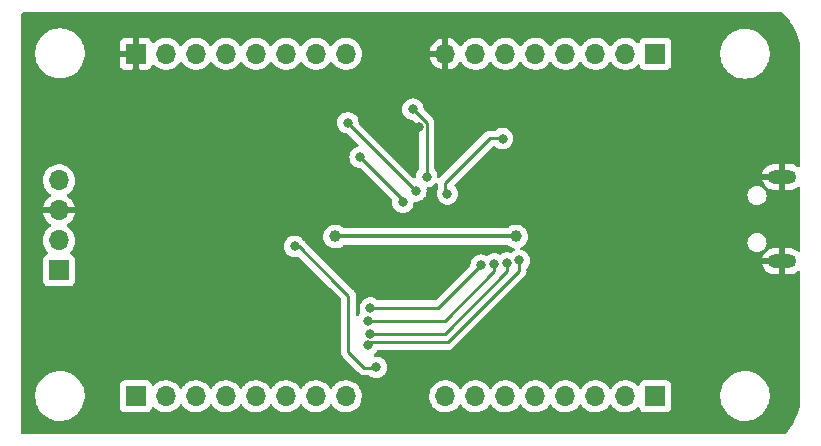
<source format=gbl>
G04 #@! TF.GenerationSoftware,KiCad,Pcbnew,(6.0.7-1)-1*
G04 #@! TF.CreationDate,2023-06-08T21:11:32-04:00*
G04 #@! TF.ProjectId,stm8l151k6t6_board,73746d38-6c31-4353-916b-3674365f626f,rev?*
G04 #@! TF.SameCoordinates,Original*
G04 #@! TF.FileFunction,Copper,L2,Bot*
G04 #@! TF.FilePolarity,Positive*
%FSLAX46Y46*%
G04 Gerber Fmt 4.6, Leading zero omitted, Abs format (unit mm)*
G04 Created by KiCad (PCBNEW (6.0.7-1)-1) date 2023-06-08 21:11:32*
%MOMM*%
%LPD*%
G01*
G04 APERTURE LIST*
G04 #@! TA.AperFunction,ComponentPad*
%ADD10R,1.700000X1.700000*%
G04 #@! TD*
G04 #@! TA.AperFunction,ComponentPad*
%ADD11O,1.700000X1.700000*%
G04 #@! TD*
G04 #@! TA.AperFunction,ComponentPad*
%ADD12O,2.400000X1.200000*%
G04 #@! TD*
G04 #@! TA.AperFunction,ViaPad*
%ADD13C,0.800000*%
G04 #@! TD*
G04 #@! TA.AperFunction,ViaPad*
%ADD14C,1.000000*%
G04 #@! TD*
G04 #@! TA.AperFunction,Conductor*
%ADD15C,0.350000*%
G04 #@! TD*
G04 #@! TA.AperFunction,Conductor*
%ADD16C,0.250000*%
G04 #@! TD*
G04 APERTURE END LIST*
D10*
X147614986Y-84730672D03*
D11*
X145074986Y-84730672D03*
X142534986Y-84730672D03*
X139994986Y-84730672D03*
X137454986Y-84730672D03*
X134914986Y-84730672D03*
X132374986Y-84730672D03*
X129834986Y-84730672D03*
D12*
X158350090Y-102305729D03*
X158350090Y-95155615D03*
D10*
X147614986Y-113730672D03*
D11*
X145074986Y-113730672D03*
X142534986Y-113730672D03*
X139994986Y-113730672D03*
X137454986Y-113730672D03*
X134914986Y-113730672D03*
X132374986Y-113730672D03*
X129834986Y-113730672D03*
D10*
X103614986Y-84730672D03*
D11*
X106154986Y-84730672D03*
X108694986Y-84730672D03*
X111234986Y-84730672D03*
X113774986Y-84730672D03*
X116314986Y-84730672D03*
X118854986Y-84730672D03*
X121394986Y-84730672D03*
D10*
X103614986Y-113730672D03*
D11*
X106154986Y-113730672D03*
X108694986Y-113730672D03*
X111234986Y-113730672D03*
X113774986Y-113730672D03*
X116314986Y-113730672D03*
X118854986Y-113730672D03*
X121394986Y-113730672D03*
D10*
X97114986Y-103070672D03*
D11*
X97114986Y-100530672D03*
X97114986Y-97990672D03*
X97114986Y-95450672D03*
D13*
X143900000Y-95800000D03*
X140600000Y-93900000D03*
X154319264Y-95480736D03*
X154300000Y-102000000D03*
X122800000Y-89900000D03*
X118300000Y-97900000D03*
X107700000Y-92500000D03*
X154200291Y-97399709D03*
X125000000Y-98100000D03*
X133400000Y-93800000D03*
X142000000Y-103500000D03*
X142977486Y-93822514D03*
X122700000Y-98900000D03*
X127598500Y-90900000D03*
X107700000Y-100200000D03*
X112800000Y-99900000D03*
X107700000Y-96700000D03*
X120269000Y-89916000D03*
X122000000Y-94900000D03*
X147800000Y-97500000D03*
X130600000Y-91200000D03*
X98890672Y-97990672D03*
X129900000Y-83100000D03*
X103614986Y-86285014D03*
X106100000Y-89900000D03*
D14*
X135800000Y-100200000D03*
X120500000Y-100200000D03*
D13*
X128250000Y-95125000D03*
X127075000Y-89425000D03*
X123975000Y-111275000D03*
X117064986Y-101030672D03*
X121575000Y-90575000D03*
X127325000Y-96350000D03*
X122607681Y-93492319D03*
X126225000Y-97300000D03*
X123475000Y-106250000D03*
X132864986Y-102630672D03*
X123275000Y-107325000D03*
X133964986Y-102530672D03*
X135064986Y-102430672D03*
X123475000Y-108450000D03*
X136064986Y-102230672D03*
X123240476Y-109421599D03*
X130000000Y-96600000D03*
X134675000Y-91925000D03*
D15*
X120500000Y-100200000D02*
X135800000Y-100200000D01*
D16*
X128250000Y-95125000D02*
X128250000Y-90600000D01*
X128250000Y-90600000D02*
X127075000Y-89425000D01*
X117430672Y-101030672D02*
X120600000Y-104200000D01*
X123725000Y-111300000D02*
X123950000Y-111300000D01*
X120600000Y-104200000D02*
X121625000Y-105225000D01*
X122975000Y-111300000D02*
X123725000Y-111300000D01*
X121625000Y-109950000D02*
X122975000Y-111300000D01*
X121625000Y-105225000D02*
X121625000Y-109950000D01*
X123950000Y-111300000D02*
X123975000Y-111275000D01*
X117064986Y-101030672D02*
X117430672Y-101030672D01*
X121750000Y-90775000D02*
X121750000Y-90750000D01*
X127325000Y-96350000D02*
X121750000Y-90775000D01*
X121750000Y-90750000D02*
X121575000Y-90575000D01*
X122607681Y-93492319D02*
X126225000Y-97109638D01*
X126225000Y-97109638D02*
X126225000Y-97300000D01*
X129245658Y-106250000D02*
X123475000Y-106250000D01*
X132864986Y-102630672D02*
X129245658Y-106250000D01*
X123280672Y-107330672D02*
X123275000Y-107325000D01*
X133964986Y-103130672D02*
X129764986Y-107330672D01*
X129764986Y-107330672D02*
X123280672Y-107330672D01*
X133964986Y-102530672D02*
X133964986Y-103130672D01*
X129764986Y-108430672D02*
X123494328Y-108430672D01*
X135064986Y-103130672D02*
X129764986Y-108430672D01*
X135064986Y-102430672D02*
X135064986Y-103130672D01*
X123494328Y-108430672D02*
X123475000Y-108450000D01*
X136064986Y-102230672D02*
X136064986Y-103130672D01*
X123300000Y-109175000D02*
X123300000Y-109362075D01*
X123300000Y-109362075D02*
X123240476Y-109421599D01*
X130020658Y-109175000D02*
X123300000Y-109175000D01*
X136064986Y-103130672D02*
X130020658Y-109175000D01*
X133600000Y-91900000D02*
X134650000Y-91900000D01*
X130000000Y-96600000D02*
X129800000Y-96400000D01*
X129800000Y-95700000D02*
X133600000Y-91900000D01*
X129800000Y-96400000D02*
X129800000Y-95700000D01*
X134650000Y-91900000D02*
X134675000Y-91925000D01*
G04 #@! TA.AperFunction,Conductor*
G36*
X158341050Y-81223502D02*
G01*
X158358054Y-81236603D01*
X158513335Y-81378893D01*
X158521107Y-81386665D01*
X158550653Y-81418908D01*
X158790189Y-81680315D01*
X158797241Y-81688718D01*
X158975419Y-81920925D01*
X159039707Y-82004707D01*
X159046011Y-82013711D01*
X159260004Y-82349613D01*
X159265494Y-82359122D01*
X159449409Y-82712418D01*
X159454042Y-82722353D01*
X159605594Y-83088231D01*
X159606465Y-83090334D01*
X159610221Y-83100655D01*
X159709542Y-83415661D01*
X159729987Y-83480504D01*
X159732830Y-83491115D01*
X159819037Y-83879968D01*
X159820943Y-83890773D01*
X159869630Y-84260594D01*
X159872929Y-84285655D01*
X159873887Y-84296604D01*
X159886269Y-84580184D01*
X159889603Y-84656552D01*
X159888223Y-84681429D01*
X159886309Y-84693724D01*
X159887473Y-84702626D01*
X159887473Y-84702628D01*
X159890436Y-84725283D01*
X159891500Y-84741621D01*
X159891500Y-94227908D01*
X159871498Y-94296029D01*
X159817842Y-94342522D01*
X159747568Y-94352626D01*
X159678370Y-94318926D01*
X159644265Y-94286278D01*
X159634894Y-94278877D01*
X159467349Y-94170694D01*
X159456745Y-94165198D01*
X159271778Y-94090654D01*
X159260320Y-94087260D01*
X159063162Y-94048758D01*
X159054299Y-94047681D01*
X159051590Y-94047615D01*
X158622205Y-94047615D01*
X158606966Y-94052090D01*
X158605761Y-94053480D01*
X158604090Y-94061163D01*
X158604090Y-96245500D01*
X158608565Y-96260739D01*
X158609955Y-96261944D01*
X158617638Y-96263615D01*
X158999922Y-96263615D01*
X159005898Y-96263330D01*
X159154584Y-96249144D01*
X159166318Y-96246885D01*
X159357689Y-96190743D01*
X159368765Y-96186313D01*
X159546068Y-96094996D01*
X159556114Y-96088546D01*
X159687667Y-95985210D01*
X159753593Y-95958860D01*
X159823299Y-95972335D01*
X159874654Y-96021357D01*
X159891500Y-96084296D01*
X159891500Y-101378022D01*
X159871498Y-101446143D01*
X159817842Y-101492636D01*
X159747568Y-101502740D01*
X159678370Y-101469040D01*
X159644265Y-101436392D01*
X159634894Y-101428991D01*
X159467349Y-101320808D01*
X159456745Y-101315312D01*
X159271778Y-101240768D01*
X159260320Y-101237374D01*
X159063162Y-101198872D01*
X159054299Y-101197795D01*
X159051590Y-101197729D01*
X158622205Y-101197729D01*
X158606966Y-101202204D01*
X158605761Y-101203594D01*
X158604090Y-101211277D01*
X158604090Y-103395614D01*
X158608565Y-103410853D01*
X158609955Y-103412058D01*
X158617638Y-103413729D01*
X158999922Y-103413729D01*
X159005898Y-103413444D01*
X159154584Y-103399258D01*
X159166318Y-103396999D01*
X159357689Y-103340857D01*
X159368765Y-103336427D01*
X159546068Y-103245110D01*
X159556114Y-103238660D01*
X159687667Y-103135324D01*
X159753593Y-103108974D01*
X159823299Y-103122449D01*
X159874654Y-103171471D01*
X159891500Y-103234410D01*
X159891500Y-113650633D01*
X159890000Y-113670018D01*
X159887690Y-113684851D01*
X159887690Y-113684855D01*
X159886309Y-113693724D01*
X159888984Y-113714183D01*
X159889928Y-113736007D01*
X159881657Y-113925439D01*
X159873887Y-114103395D01*
X159872929Y-114114345D01*
X159833230Y-114415898D01*
X159820944Y-114509219D01*
X159819037Y-114520032D01*
X159732832Y-114908879D01*
X159729987Y-114919495D01*
X159657417Y-115149661D01*
X159610224Y-115299337D01*
X159606468Y-115309658D01*
X159524416Y-115507750D01*
X159454046Y-115677638D01*
X159449409Y-115687582D01*
X159265494Y-116040878D01*
X159260004Y-116050387D01*
X159046011Y-116386289D01*
X159039707Y-116395293D01*
X158797241Y-116711282D01*
X158790181Y-116719694D01*
X158647295Y-116875625D01*
X158586527Y-116912335D01*
X158554399Y-116916500D01*
X94029500Y-116916500D01*
X93961379Y-116896498D01*
X93914886Y-116842842D01*
X93903500Y-116790500D01*
X93903500Y-113832703D01*
X95090743Y-113832703D01*
X95128268Y-114117734D01*
X95129401Y-114121874D01*
X95129401Y-114121876D01*
X95135326Y-114143534D01*
X95204129Y-114395036D01*
X95205813Y-114398984D01*
X95310236Y-114643798D01*
X95316923Y-114659476D01*
X95464561Y-114906161D01*
X95644313Y-115130528D01*
X95661397Y-115146740D01*
X95822201Y-115299337D01*
X95852851Y-115328423D01*
X96086317Y-115496186D01*
X96090112Y-115498195D01*
X96090113Y-115498196D01*
X96111869Y-115509715D01*
X96340392Y-115630712D01*
X96364699Y-115639607D01*
X96495849Y-115687601D01*
X96610373Y-115729511D01*
X96891264Y-115790755D01*
X96919841Y-115793004D01*
X97114282Y-115808307D01*
X97114291Y-115808307D01*
X97116739Y-115808500D01*
X97272271Y-115808500D01*
X97274407Y-115808354D01*
X97274418Y-115808354D01*
X97482548Y-115794165D01*
X97482554Y-115794164D01*
X97486825Y-115793873D01*
X97491020Y-115793004D01*
X97491022Y-115793004D01*
X97627584Y-115764723D01*
X97768342Y-115735574D01*
X98039343Y-115639607D01*
X98294812Y-115507750D01*
X98298313Y-115505289D01*
X98298317Y-115505287D01*
X98412417Y-115425096D01*
X98530023Y-115342441D01*
X98740622Y-115146740D01*
X98922713Y-114924268D01*
X99072927Y-114679142D01*
X99094466Y-114630076D01*
X99095023Y-114628806D01*
X102256486Y-114628806D01*
X102263241Y-114690988D01*
X102314371Y-114827377D01*
X102401725Y-114943933D01*
X102518281Y-115031287D01*
X102654670Y-115082417D01*
X102716852Y-115089172D01*
X104513120Y-115089172D01*
X104575302Y-115082417D01*
X104711691Y-115031287D01*
X104828247Y-114943933D01*
X104915601Y-114827377D01*
X104937785Y-114768201D01*
X104959584Y-114710054D01*
X105002226Y-114653290D01*
X105068788Y-114628590D01*
X105138136Y-114643798D01*
X105172803Y-114671786D01*
X105201236Y-114704610D01*
X105373112Y-114847304D01*
X105565986Y-114960010D01*
X105774678Y-115039702D01*
X105779746Y-115040733D01*
X105779749Y-115040734D01*
X105887003Y-115062555D01*
X105993583Y-115084239D01*
X105998758Y-115084429D01*
X105998760Y-115084429D01*
X106211659Y-115092236D01*
X106211663Y-115092236D01*
X106216823Y-115092425D01*
X106221943Y-115091769D01*
X106221945Y-115091769D01*
X106433274Y-115064697D01*
X106433275Y-115064697D01*
X106438402Y-115064040D01*
X106443352Y-115062555D01*
X106647415Y-115001333D01*
X106647420Y-115001331D01*
X106652370Y-114999846D01*
X106852980Y-114901568D01*
X107034846Y-114771845D01*
X107193082Y-114614161D01*
X107252580Y-114531361D01*
X107323439Y-114432749D01*
X107324762Y-114433700D01*
X107371631Y-114390529D01*
X107441566Y-114378297D01*
X107507012Y-114405816D01*
X107534861Y-114437666D01*
X107594973Y-114535760D01*
X107741236Y-114704610D01*
X107913112Y-114847304D01*
X108105986Y-114960010D01*
X108314678Y-115039702D01*
X108319746Y-115040733D01*
X108319749Y-115040734D01*
X108427003Y-115062555D01*
X108533583Y-115084239D01*
X108538758Y-115084429D01*
X108538760Y-115084429D01*
X108751659Y-115092236D01*
X108751663Y-115092236D01*
X108756823Y-115092425D01*
X108761943Y-115091769D01*
X108761945Y-115091769D01*
X108973274Y-115064697D01*
X108973275Y-115064697D01*
X108978402Y-115064040D01*
X108983352Y-115062555D01*
X109187415Y-115001333D01*
X109187420Y-115001331D01*
X109192370Y-114999846D01*
X109392980Y-114901568D01*
X109574846Y-114771845D01*
X109733082Y-114614161D01*
X109792580Y-114531361D01*
X109863439Y-114432749D01*
X109864762Y-114433700D01*
X109911631Y-114390529D01*
X109981566Y-114378297D01*
X110047012Y-114405816D01*
X110074861Y-114437666D01*
X110134973Y-114535760D01*
X110281236Y-114704610D01*
X110453112Y-114847304D01*
X110645986Y-114960010D01*
X110854678Y-115039702D01*
X110859746Y-115040733D01*
X110859749Y-115040734D01*
X110967003Y-115062555D01*
X111073583Y-115084239D01*
X111078758Y-115084429D01*
X111078760Y-115084429D01*
X111291659Y-115092236D01*
X111291663Y-115092236D01*
X111296823Y-115092425D01*
X111301943Y-115091769D01*
X111301945Y-115091769D01*
X111513274Y-115064697D01*
X111513275Y-115064697D01*
X111518402Y-115064040D01*
X111523352Y-115062555D01*
X111727415Y-115001333D01*
X111727420Y-115001331D01*
X111732370Y-114999846D01*
X111932980Y-114901568D01*
X112114846Y-114771845D01*
X112273082Y-114614161D01*
X112332580Y-114531361D01*
X112403439Y-114432749D01*
X112404762Y-114433700D01*
X112451631Y-114390529D01*
X112521566Y-114378297D01*
X112587012Y-114405816D01*
X112614861Y-114437666D01*
X112674973Y-114535760D01*
X112821236Y-114704610D01*
X112993112Y-114847304D01*
X113185986Y-114960010D01*
X113394678Y-115039702D01*
X113399746Y-115040733D01*
X113399749Y-115040734D01*
X113507003Y-115062555D01*
X113613583Y-115084239D01*
X113618758Y-115084429D01*
X113618760Y-115084429D01*
X113831659Y-115092236D01*
X113831663Y-115092236D01*
X113836823Y-115092425D01*
X113841943Y-115091769D01*
X113841945Y-115091769D01*
X114053274Y-115064697D01*
X114053275Y-115064697D01*
X114058402Y-115064040D01*
X114063352Y-115062555D01*
X114267415Y-115001333D01*
X114267420Y-115001331D01*
X114272370Y-114999846D01*
X114472980Y-114901568D01*
X114654846Y-114771845D01*
X114813082Y-114614161D01*
X114872580Y-114531361D01*
X114943439Y-114432749D01*
X114944762Y-114433700D01*
X114991631Y-114390529D01*
X115061566Y-114378297D01*
X115127012Y-114405816D01*
X115154861Y-114437666D01*
X115214973Y-114535760D01*
X115361236Y-114704610D01*
X115533112Y-114847304D01*
X115725986Y-114960010D01*
X115934678Y-115039702D01*
X115939746Y-115040733D01*
X115939749Y-115040734D01*
X116047003Y-115062555D01*
X116153583Y-115084239D01*
X116158758Y-115084429D01*
X116158760Y-115084429D01*
X116371659Y-115092236D01*
X116371663Y-115092236D01*
X116376823Y-115092425D01*
X116381943Y-115091769D01*
X116381945Y-115091769D01*
X116593274Y-115064697D01*
X116593275Y-115064697D01*
X116598402Y-115064040D01*
X116603352Y-115062555D01*
X116807415Y-115001333D01*
X116807420Y-115001331D01*
X116812370Y-114999846D01*
X117012980Y-114901568D01*
X117194846Y-114771845D01*
X117353082Y-114614161D01*
X117412580Y-114531361D01*
X117483439Y-114432749D01*
X117484762Y-114433700D01*
X117531631Y-114390529D01*
X117601566Y-114378297D01*
X117667012Y-114405816D01*
X117694861Y-114437666D01*
X117754973Y-114535760D01*
X117901236Y-114704610D01*
X118073112Y-114847304D01*
X118265986Y-114960010D01*
X118474678Y-115039702D01*
X118479746Y-115040733D01*
X118479749Y-115040734D01*
X118587003Y-115062555D01*
X118693583Y-115084239D01*
X118698758Y-115084429D01*
X118698760Y-115084429D01*
X118911659Y-115092236D01*
X118911663Y-115092236D01*
X118916823Y-115092425D01*
X118921943Y-115091769D01*
X118921945Y-115091769D01*
X119133274Y-115064697D01*
X119133275Y-115064697D01*
X119138402Y-115064040D01*
X119143352Y-115062555D01*
X119347415Y-115001333D01*
X119347420Y-115001331D01*
X119352370Y-114999846D01*
X119552980Y-114901568D01*
X119734846Y-114771845D01*
X119893082Y-114614161D01*
X119952580Y-114531361D01*
X120023439Y-114432749D01*
X120024762Y-114433700D01*
X120071631Y-114390529D01*
X120141566Y-114378297D01*
X120207012Y-114405816D01*
X120234861Y-114437666D01*
X120294973Y-114535760D01*
X120441236Y-114704610D01*
X120613112Y-114847304D01*
X120805986Y-114960010D01*
X121014678Y-115039702D01*
X121019746Y-115040733D01*
X121019749Y-115040734D01*
X121127003Y-115062555D01*
X121233583Y-115084239D01*
X121238758Y-115084429D01*
X121238760Y-115084429D01*
X121451659Y-115092236D01*
X121451663Y-115092236D01*
X121456823Y-115092425D01*
X121461943Y-115091769D01*
X121461945Y-115091769D01*
X121673274Y-115064697D01*
X121673275Y-115064697D01*
X121678402Y-115064040D01*
X121683352Y-115062555D01*
X121887415Y-115001333D01*
X121887420Y-115001331D01*
X121892370Y-114999846D01*
X122092980Y-114901568D01*
X122274846Y-114771845D01*
X122433082Y-114614161D01*
X122492580Y-114531361D01*
X122560421Y-114436949D01*
X122563439Y-114432749D01*
X122571768Y-114415898D01*
X122660122Y-114237125D01*
X122660123Y-114237123D01*
X122662416Y-114232483D01*
X122727356Y-114018741D01*
X122756515Y-113797262D01*
X122758142Y-113730672D01*
X122755404Y-113697367D01*
X128472237Y-113697367D01*
X128472534Y-113702520D01*
X128472534Y-113702523D01*
X128477997Y-113797262D01*
X128485096Y-113920387D01*
X128486233Y-113925433D01*
X128486234Y-113925439D01*
X128506105Y-114013611D01*
X128534208Y-114138311D01*
X128618252Y-114345288D01*
X128655671Y-114406350D01*
X128732277Y-114531360D01*
X128734973Y-114535760D01*
X128881236Y-114704610D01*
X129053112Y-114847304D01*
X129245986Y-114960010D01*
X129454678Y-115039702D01*
X129459746Y-115040733D01*
X129459749Y-115040734D01*
X129567003Y-115062555D01*
X129673583Y-115084239D01*
X129678758Y-115084429D01*
X129678760Y-115084429D01*
X129891659Y-115092236D01*
X129891663Y-115092236D01*
X129896823Y-115092425D01*
X129901943Y-115091769D01*
X129901945Y-115091769D01*
X130113274Y-115064697D01*
X130113275Y-115064697D01*
X130118402Y-115064040D01*
X130123352Y-115062555D01*
X130327415Y-115001333D01*
X130327420Y-115001331D01*
X130332370Y-114999846D01*
X130532980Y-114901568D01*
X130714846Y-114771845D01*
X130873082Y-114614161D01*
X130932580Y-114531361D01*
X131003439Y-114432749D01*
X131004762Y-114433700D01*
X131051631Y-114390529D01*
X131121566Y-114378297D01*
X131187012Y-114405816D01*
X131214861Y-114437666D01*
X131274973Y-114535760D01*
X131421236Y-114704610D01*
X131593112Y-114847304D01*
X131785986Y-114960010D01*
X131994678Y-115039702D01*
X131999746Y-115040733D01*
X131999749Y-115040734D01*
X132107003Y-115062555D01*
X132213583Y-115084239D01*
X132218758Y-115084429D01*
X132218760Y-115084429D01*
X132431659Y-115092236D01*
X132431663Y-115092236D01*
X132436823Y-115092425D01*
X132441943Y-115091769D01*
X132441945Y-115091769D01*
X132653274Y-115064697D01*
X132653275Y-115064697D01*
X132658402Y-115064040D01*
X132663352Y-115062555D01*
X132867415Y-115001333D01*
X132867420Y-115001331D01*
X132872370Y-114999846D01*
X133072980Y-114901568D01*
X133254846Y-114771845D01*
X133413082Y-114614161D01*
X133472580Y-114531361D01*
X133543439Y-114432749D01*
X133544762Y-114433700D01*
X133591631Y-114390529D01*
X133661566Y-114378297D01*
X133727012Y-114405816D01*
X133754861Y-114437666D01*
X133814973Y-114535760D01*
X133961236Y-114704610D01*
X134133112Y-114847304D01*
X134325986Y-114960010D01*
X134534678Y-115039702D01*
X134539746Y-115040733D01*
X134539749Y-115040734D01*
X134647003Y-115062555D01*
X134753583Y-115084239D01*
X134758758Y-115084429D01*
X134758760Y-115084429D01*
X134971659Y-115092236D01*
X134971663Y-115092236D01*
X134976823Y-115092425D01*
X134981943Y-115091769D01*
X134981945Y-115091769D01*
X135193274Y-115064697D01*
X135193275Y-115064697D01*
X135198402Y-115064040D01*
X135203352Y-115062555D01*
X135407415Y-115001333D01*
X135407420Y-115001331D01*
X135412370Y-114999846D01*
X135612980Y-114901568D01*
X135794846Y-114771845D01*
X135953082Y-114614161D01*
X136012580Y-114531361D01*
X136083439Y-114432749D01*
X136084762Y-114433700D01*
X136131631Y-114390529D01*
X136201566Y-114378297D01*
X136267012Y-114405816D01*
X136294861Y-114437666D01*
X136354973Y-114535760D01*
X136501236Y-114704610D01*
X136673112Y-114847304D01*
X136865986Y-114960010D01*
X137074678Y-115039702D01*
X137079746Y-115040733D01*
X137079749Y-115040734D01*
X137187003Y-115062555D01*
X137293583Y-115084239D01*
X137298758Y-115084429D01*
X137298760Y-115084429D01*
X137511659Y-115092236D01*
X137511663Y-115092236D01*
X137516823Y-115092425D01*
X137521943Y-115091769D01*
X137521945Y-115091769D01*
X137733274Y-115064697D01*
X137733275Y-115064697D01*
X137738402Y-115064040D01*
X137743352Y-115062555D01*
X137947415Y-115001333D01*
X137947420Y-115001331D01*
X137952370Y-114999846D01*
X138152980Y-114901568D01*
X138334846Y-114771845D01*
X138493082Y-114614161D01*
X138552580Y-114531361D01*
X138623439Y-114432749D01*
X138624762Y-114433700D01*
X138671631Y-114390529D01*
X138741566Y-114378297D01*
X138807012Y-114405816D01*
X138834861Y-114437666D01*
X138894973Y-114535760D01*
X139041236Y-114704610D01*
X139213112Y-114847304D01*
X139405986Y-114960010D01*
X139614678Y-115039702D01*
X139619746Y-115040733D01*
X139619749Y-115040734D01*
X139727003Y-115062555D01*
X139833583Y-115084239D01*
X139838758Y-115084429D01*
X139838760Y-115084429D01*
X140051659Y-115092236D01*
X140051663Y-115092236D01*
X140056823Y-115092425D01*
X140061943Y-115091769D01*
X140061945Y-115091769D01*
X140273274Y-115064697D01*
X140273275Y-115064697D01*
X140278402Y-115064040D01*
X140283352Y-115062555D01*
X140487415Y-115001333D01*
X140487420Y-115001331D01*
X140492370Y-114999846D01*
X140692980Y-114901568D01*
X140874846Y-114771845D01*
X141033082Y-114614161D01*
X141092580Y-114531361D01*
X141163439Y-114432749D01*
X141164762Y-114433700D01*
X141211631Y-114390529D01*
X141281566Y-114378297D01*
X141347012Y-114405816D01*
X141374861Y-114437666D01*
X141434973Y-114535760D01*
X141581236Y-114704610D01*
X141753112Y-114847304D01*
X141945986Y-114960010D01*
X142154678Y-115039702D01*
X142159746Y-115040733D01*
X142159749Y-115040734D01*
X142267003Y-115062555D01*
X142373583Y-115084239D01*
X142378758Y-115084429D01*
X142378760Y-115084429D01*
X142591659Y-115092236D01*
X142591663Y-115092236D01*
X142596823Y-115092425D01*
X142601943Y-115091769D01*
X142601945Y-115091769D01*
X142813274Y-115064697D01*
X142813275Y-115064697D01*
X142818402Y-115064040D01*
X142823352Y-115062555D01*
X143027415Y-115001333D01*
X143027420Y-115001331D01*
X143032370Y-114999846D01*
X143232980Y-114901568D01*
X143414846Y-114771845D01*
X143573082Y-114614161D01*
X143632580Y-114531361D01*
X143703439Y-114432749D01*
X143704762Y-114433700D01*
X143751631Y-114390529D01*
X143821566Y-114378297D01*
X143887012Y-114405816D01*
X143914861Y-114437666D01*
X143974973Y-114535760D01*
X144121236Y-114704610D01*
X144293112Y-114847304D01*
X144485986Y-114960010D01*
X144694678Y-115039702D01*
X144699746Y-115040733D01*
X144699749Y-115040734D01*
X144807003Y-115062555D01*
X144913583Y-115084239D01*
X144918758Y-115084429D01*
X144918760Y-115084429D01*
X145131659Y-115092236D01*
X145131663Y-115092236D01*
X145136823Y-115092425D01*
X145141943Y-115091769D01*
X145141945Y-115091769D01*
X145353274Y-115064697D01*
X145353275Y-115064697D01*
X145358402Y-115064040D01*
X145363352Y-115062555D01*
X145567415Y-115001333D01*
X145567420Y-115001331D01*
X145572370Y-114999846D01*
X145772980Y-114901568D01*
X145954846Y-114771845D01*
X146063077Y-114663991D01*
X146125448Y-114630076D01*
X146196254Y-114635264D01*
X146253016Y-114677910D01*
X146269998Y-114709013D01*
X146292187Y-114768201D01*
X146314371Y-114827377D01*
X146401725Y-114943933D01*
X146518281Y-115031287D01*
X146654670Y-115082417D01*
X146716852Y-115089172D01*
X148513120Y-115089172D01*
X148575302Y-115082417D01*
X148711691Y-115031287D01*
X148828247Y-114943933D01*
X148915601Y-114827377D01*
X148966731Y-114690988D01*
X148973486Y-114628806D01*
X148973486Y-113832703D01*
X153090743Y-113832703D01*
X153128268Y-114117734D01*
X153129401Y-114121874D01*
X153129401Y-114121876D01*
X153135326Y-114143534D01*
X153204129Y-114395036D01*
X153205813Y-114398984D01*
X153310236Y-114643798D01*
X153316923Y-114659476D01*
X153464561Y-114906161D01*
X153644313Y-115130528D01*
X153661397Y-115146740D01*
X153822201Y-115299337D01*
X153852851Y-115328423D01*
X154086317Y-115496186D01*
X154090112Y-115498195D01*
X154090113Y-115498196D01*
X154111869Y-115509715D01*
X154340392Y-115630712D01*
X154364699Y-115639607D01*
X154495849Y-115687601D01*
X154610373Y-115729511D01*
X154891264Y-115790755D01*
X154919841Y-115793004D01*
X155114282Y-115808307D01*
X155114291Y-115808307D01*
X155116739Y-115808500D01*
X155272271Y-115808500D01*
X155274407Y-115808354D01*
X155274418Y-115808354D01*
X155482548Y-115794165D01*
X155482554Y-115794164D01*
X155486825Y-115793873D01*
X155491020Y-115793004D01*
X155491022Y-115793004D01*
X155627584Y-115764723D01*
X155768342Y-115735574D01*
X156039343Y-115639607D01*
X156294812Y-115507750D01*
X156298313Y-115505289D01*
X156298317Y-115505287D01*
X156412417Y-115425096D01*
X156530023Y-115342441D01*
X156740622Y-115146740D01*
X156922713Y-114924268D01*
X157072927Y-114679142D01*
X157094466Y-114630076D01*
X157186757Y-114419830D01*
X157188483Y-114415898D01*
X157267244Y-114139406D01*
X157307751Y-113854784D01*
X157307845Y-113836951D01*
X157309235Y-113571583D01*
X157309235Y-113571576D01*
X157309257Y-113567297D01*
X157271732Y-113282266D01*
X157265635Y-113259977D01*
X157211487Y-113062047D01*
X157195871Y-113004964D01*
X157152503Y-112903289D01*
X157084763Y-112744476D01*
X157084761Y-112744472D01*
X157083077Y-112740524D01*
X156935439Y-112493839D01*
X156755687Y-112269472D01*
X156547149Y-112071577D01*
X156313683Y-111903814D01*
X156291843Y-111892250D01*
X156187869Y-111837199D01*
X156059608Y-111769288D01*
X155789627Y-111670489D01*
X155508736Y-111609245D01*
X155477685Y-111606801D01*
X155285718Y-111591693D01*
X155285709Y-111591693D01*
X155283261Y-111591500D01*
X155127729Y-111591500D01*
X155125593Y-111591646D01*
X155125582Y-111591646D01*
X154917452Y-111605835D01*
X154917446Y-111605836D01*
X154913175Y-111606127D01*
X154908980Y-111606996D01*
X154908978Y-111606996D01*
X154772416Y-111635277D01*
X154631658Y-111664426D01*
X154360657Y-111760393D01*
X154356848Y-111762359D01*
X154109788Y-111889876D01*
X154105188Y-111892250D01*
X154101687Y-111894711D01*
X154101683Y-111894713D01*
X154011992Y-111957749D01*
X153869977Y-112057559D01*
X153854892Y-112071577D01*
X153734449Y-112183500D01*
X153659378Y-112253260D01*
X153477287Y-112475732D01*
X153327073Y-112720858D01*
X153325347Y-112724791D01*
X153325346Y-112724792D01*
X153246991Y-112903289D01*
X153211517Y-112984102D01*
X153210342Y-112988229D01*
X153210341Y-112988230D01*
X153183583Y-113082164D01*
X153132756Y-113260594D01*
X153102917Y-113470260D01*
X153101477Y-113480379D01*
X153092249Y-113545216D01*
X153092227Y-113549505D01*
X153092226Y-113549512D01*
X153090911Y-113800580D01*
X153090743Y-113832703D01*
X148973486Y-113832703D01*
X148973486Y-112832538D01*
X148966731Y-112770356D01*
X148915601Y-112633967D01*
X148828247Y-112517411D01*
X148711691Y-112430057D01*
X148575302Y-112378927D01*
X148513120Y-112372172D01*
X146716852Y-112372172D01*
X146654670Y-112378927D01*
X146518281Y-112430057D01*
X146401725Y-112517411D01*
X146314371Y-112633967D01*
X146311219Y-112642375D01*
X146269905Y-112752579D01*
X146227263Y-112809343D01*
X146160702Y-112834043D01*
X146091353Y-112818835D01*
X146058729Y-112793148D01*
X146008137Y-112737547D01*
X146008128Y-112737538D01*
X146004656Y-112733723D01*
X146000605Y-112730524D01*
X146000601Y-112730520D01*
X145833400Y-112598472D01*
X145833396Y-112598470D01*
X145829345Y-112595270D01*
X145633775Y-112487310D01*
X145628906Y-112485586D01*
X145628902Y-112485584D01*
X145428073Y-112414467D01*
X145428069Y-112414466D01*
X145423198Y-112412741D01*
X145418105Y-112411834D01*
X145418102Y-112411833D01*
X145208359Y-112374472D01*
X145208353Y-112374471D01*
X145203270Y-112373566D01*
X145129438Y-112372664D01*
X144985067Y-112370900D01*
X144985065Y-112370900D01*
X144979897Y-112370837D01*
X144759077Y-112404627D01*
X144546742Y-112474029D01*
X144348593Y-112577179D01*
X144344460Y-112580282D01*
X144344457Y-112580284D01*
X144174086Y-112708202D01*
X144169951Y-112711307D01*
X144142031Y-112740524D01*
X144058715Y-112827709D01*
X144015615Y-112872810D01*
X143908187Y-113030293D01*
X143853279Y-113075293D01*
X143782754Y-113083464D01*
X143719007Y-113052210D01*
X143698310Y-113027726D01*
X143617808Y-112903289D01*
X143617806Y-112903286D01*
X143615000Y-112898949D01*
X143464656Y-112733723D01*
X143460605Y-112730524D01*
X143460601Y-112730520D01*
X143293400Y-112598472D01*
X143293396Y-112598470D01*
X143289345Y-112595270D01*
X143093775Y-112487310D01*
X143088906Y-112485586D01*
X143088902Y-112485584D01*
X142888073Y-112414467D01*
X142888069Y-112414466D01*
X142883198Y-112412741D01*
X142878105Y-112411834D01*
X142878102Y-112411833D01*
X142668359Y-112374472D01*
X142668353Y-112374471D01*
X142663270Y-112373566D01*
X142589438Y-112372664D01*
X142445067Y-112370900D01*
X142445065Y-112370900D01*
X142439897Y-112370837D01*
X142219077Y-112404627D01*
X142006742Y-112474029D01*
X141808593Y-112577179D01*
X141804460Y-112580282D01*
X141804457Y-112580284D01*
X141634086Y-112708202D01*
X141629951Y-112711307D01*
X141602031Y-112740524D01*
X141518715Y-112827709D01*
X141475615Y-112872810D01*
X141368187Y-113030293D01*
X141313279Y-113075293D01*
X141242754Y-113083464D01*
X141179007Y-113052210D01*
X141158310Y-113027726D01*
X141077808Y-112903289D01*
X141077806Y-112903286D01*
X141075000Y-112898949D01*
X140924656Y-112733723D01*
X140920605Y-112730524D01*
X140920601Y-112730520D01*
X140753400Y-112598472D01*
X140753396Y-112598470D01*
X140749345Y-112595270D01*
X140553775Y-112487310D01*
X140548906Y-112485586D01*
X140548902Y-112485584D01*
X140348073Y-112414467D01*
X140348069Y-112414466D01*
X140343198Y-112412741D01*
X140338105Y-112411834D01*
X140338102Y-112411833D01*
X140128359Y-112374472D01*
X140128353Y-112374471D01*
X140123270Y-112373566D01*
X140049438Y-112372664D01*
X139905067Y-112370900D01*
X139905065Y-112370900D01*
X139899897Y-112370837D01*
X139679077Y-112404627D01*
X139466742Y-112474029D01*
X139268593Y-112577179D01*
X139264460Y-112580282D01*
X139264457Y-112580284D01*
X139094086Y-112708202D01*
X139089951Y-112711307D01*
X139062031Y-112740524D01*
X138978715Y-112827709D01*
X138935615Y-112872810D01*
X138828187Y-113030293D01*
X138773279Y-113075293D01*
X138702754Y-113083464D01*
X138639007Y-113052210D01*
X138618310Y-113027726D01*
X138537808Y-112903289D01*
X138537806Y-112903286D01*
X138535000Y-112898949D01*
X138384656Y-112733723D01*
X138380605Y-112730524D01*
X138380601Y-112730520D01*
X138213400Y-112598472D01*
X138213396Y-112598470D01*
X138209345Y-112595270D01*
X138013775Y-112487310D01*
X138008906Y-112485586D01*
X138008902Y-112485584D01*
X137808073Y-112414467D01*
X137808069Y-112414466D01*
X137803198Y-112412741D01*
X137798105Y-112411834D01*
X137798102Y-112411833D01*
X137588359Y-112374472D01*
X137588353Y-112374471D01*
X137583270Y-112373566D01*
X137509438Y-112372664D01*
X137365067Y-112370900D01*
X137365065Y-112370900D01*
X137359897Y-112370837D01*
X137139077Y-112404627D01*
X136926742Y-112474029D01*
X136728593Y-112577179D01*
X136724460Y-112580282D01*
X136724457Y-112580284D01*
X136554086Y-112708202D01*
X136549951Y-112711307D01*
X136522031Y-112740524D01*
X136438715Y-112827709D01*
X136395615Y-112872810D01*
X136288187Y-113030293D01*
X136233279Y-113075293D01*
X136162754Y-113083464D01*
X136099007Y-113052210D01*
X136078310Y-113027726D01*
X135997808Y-112903289D01*
X135997806Y-112903286D01*
X135995000Y-112898949D01*
X135844656Y-112733723D01*
X135840605Y-112730524D01*
X135840601Y-112730520D01*
X135673400Y-112598472D01*
X135673396Y-112598470D01*
X135669345Y-112595270D01*
X135473775Y-112487310D01*
X135468906Y-112485586D01*
X135468902Y-112485584D01*
X135268073Y-112414467D01*
X135268069Y-112414466D01*
X135263198Y-112412741D01*
X135258105Y-112411834D01*
X135258102Y-112411833D01*
X135048359Y-112374472D01*
X135048353Y-112374471D01*
X135043270Y-112373566D01*
X134969438Y-112372664D01*
X134825067Y-112370900D01*
X134825065Y-112370900D01*
X134819897Y-112370837D01*
X134599077Y-112404627D01*
X134386742Y-112474029D01*
X134188593Y-112577179D01*
X134184460Y-112580282D01*
X134184457Y-112580284D01*
X134014086Y-112708202D01*
X134009951Y-112711307D01*
X133982031Y-112740524D01*
X133898715Y-112827709D01*
X133855615Y-112872810D01*
X133748187Y-113030293D01*
X133693279Y-113075293D01*
X133622754Y-113083464D01*
X133559007Y-113052210D01*
X133538310Y-113027726D01*
X133457808Y-112903289D01*
X133457806Y-112903286D01*
X133455000Y-112898949D01*
X133304656Y-112733723D01*
X133300605Y-112730524D01*
X133300601Y-112730520D01*
X133133400Y-112598472D01*
X133133396Y-112598470D01*
X133129345Y-112595270D01*
X132933775Y-112487310D01*
X132928906Y-112485586D01*
X132928902Y-112485584D01*
X132728073Y-112414467D01*
X132728069Y-112414466D01*
X132723198Y-112412741D01*
X132718105Y-112411834D01*
X132718102Y-112411833D01*
X132508359Y-112374472D01*
X132508353Y-112374471D01*
X132503270Y-112373566D01*
X132429438Y-112372664D01*
X132285067Y-112370900D01*
X132285065Y-112370900D01*
X132279897Y-112370837D01*
X132059077Y-112404627D01*
X131846742Y-112474029D01*
X131648593Y-112577179D01*
X131644460Y-112580282D01*
X131644457Y-112580284D01*
X131474086Y-112708202D01*
X131469951Y-112711307D01*
X131442031Y-112740524D01*
X131358715Y-112827709D01*
X131315615Y-112872810D01*
X131208187Y-113030293D01*
X131153279Y-113075293D01*
X131082754Y-113083464D01*
X131019007Y-113052210D01*
X130998310Y-113027726D01*
X130917808Y-112903289D01*
X130917806Y-112903286D01*
X130915000Y-112898949D01*
X130764656Y-112733723D01*
X130760605Y-112730524D01*
X130760601Y-112730520D01*
X130593400Y-112598472D01*
X130593396Y-112598470D01*
X130589345Y-112595270D01*
X130393775Y-112487310D01*
X130388906Y-112485586D01*
X130388902Y-112485584D01*
X130188073Y-112414467D01*
X130188069Y-112414466D01*
X130183198Y-112412741D01*
X130178105Y-112411834D01*
X130178102Y-112411833D01*
X129968359Y-112374472D01*
X129968353Y-112374471D01*
X129963270Y-112373566D01*
X129889438Y-112372664D01*
X129745067Y-112370900D01*
X129745065Y-112370900D01*
X129739897Y-112370837D01*
X129519077Y-112404627D01*
X129306742Y-112474029D01*
X129108593Y-112577179D01*
X129104460Y-112580282D01*
X129104457Y-112580284D01*
X128934086Y-112708202D01*
X128929951Y-112711307D01*
X128902031Y-112740524D01*
X128818715Y-112827709D01*
X128775615Y-112872810D01*
X128649729Y-113057352D01*
X128555674Y-113259977D01*
X128495975Y-113475242D01*
X128472237Y-113697367D01*
X122755404Y-113697367D01*
X122739838Y-113508033D01*
X122685417Y-113291374D01*
X122596340Y-113086512D01*
X122541030Y-113001016D01*
X122477808Y-112903289D01*
X122477806Y-112903286D01*
X122475000Y-112898949D01*
X122324656Y-112733723D01*
X122320605Y-112730524D01*
X122320601Y-112730520D01*
X122153400Y-112598472D01*
X122153396Y-112598470D01*
X122149345Y-112595270D01*
X121953775Y-112487310D01*
X121948906Y-112485586D01*
X121948902Y-112485584D01*
X121748073Y-112414467D01*
X121748069Y-112414466D01*
X121743198Y-112412741D01*
X121738105Y-112411834D01*
X121738102Y-112411833D01*
X121528359Y-112374472D01*
X121528353Y-112374471D01*
X121523270Y-112373566D01*
X121449438Y-112372664D01*
X121305067Y-112370900D01*
X121305065Y-112370900D01*
X121299897Y-112370837D01*
X121079077Y-112404627D01*
X120866742Y-112474029D01*
X120668593Y-112577179D01*
X120664460Y-112580282D01*
X120664457Y-112580284D01*
X120494086Y-112708202D01*
X120489951Y-112711307D01*
X120462031Y-112740524D01*
X120378715Y-112827709D01*
X120335615Y-112872810D01*
X120228187Y-113030293D01*
X120173279Y-113075293D01*
X120102754Y-113083464D01*
X120039007Y-113052210D01*
X120018310Y-113027726D01*
X119937808Y-112903289D01*
X119937806Y-112903286D01*
X119935000Y-112898949D01*
X119784656Y-112733723D01*
X119780605Y-112730524D01*
X119780601Y-112730520D01*
X119613400Y-112598472D01*
X119613396Y-112598470D01*
X119609345Y-112595270D01*
X119413775Y-112487310D01*
X119408906Y-112485586D01*
X119408902Y-112485584D01*
X119208073Y-112414467D01*
X119208069Y-112414466D01*
X119203198Y-112412741D01*
X119198105Y-112411834D01*
X119198102Y-112411833D01*
X118988359Y-112374472D01*
X118988353Y-112374471D01*
X118983270Y-112373566D01*
X118909438Y-112372664D01*
X118765067Y-112370900D01*
X118765065Y-112370900D01*
X118759897Y-112370837D01*
X118539077Y-112404627D01*
X118326742Y-112474029D01*
X118128593Y-112577179D01*
X118124460Y-112580282D01*
X118124457Y-112580284D01*
X117954086Y-112708202D01*
X117949951Y-112711307D01*
X117922031Y-112740524D01*
X117838715Y-112827709D01*
X117795615Y-112872810D01*
X117688187Y-113030293D01*
X117633279Y-113075293D01*
X117562754Y-113083464D01*
X117499007Y-113052210D01*
X117478310Y-113027726D01*
X117397808Y-112903289D01*
X117397806Y-112903286D01*
X117395000Y-112898949D01*
X117244656Y-112733723D01*
X117240605Y-112730524D01*
X117240601Y-112730520D01*
X117073400Y-112598472D01*
X117073396Y-112598470D01*
X117069345Y-112595270D01*
X116873775Y-112487310D01*
X116868906Y-112485586D01*
X116868902Y-112485584D01*
X116668073Y-112414467D01*
X116668069Y-112414466D01*
X116663198Y-112412741D01*
X116658105Y-112411834D01*
X116658102Y-112411833D01*
X116448359Y-112374472D01*
X116448353Y-112374471D01*
X116443270Y-112373566D01*
X116369438Y-112372664D01*
X116225067Y-112370900D01*
X116225065Y-112370900D01*
X116219897Y-112370837D01*
X115999077Y-112404627D01*
X115786742Y-112474029D01*
X115588593Y-112577179D01*
X115584460Y-112580282D01*
X115584457Y-112580284D01*
X115414086Y-112708202D01*
X115409951Y-112711307D01*
X115382031Y-112740524D01*
X115298715Y-112827709D01*
X115255615Y-112872810D01*
X115148187Y-113030293D01*
X115093279Y-113075293D01*
X115022754Y-113083464D01*
X114959007Y-113052210D01*
X114938310Y-113027726D01*
X114857808Y-112903289D01*
X114857806Y-112903286D01*
X114855000Y-112898949D01*
X114704656Y-112733723D01*
X114700605Y-112730524D01*
X114700601Y-112730520D01*
X114533400Y-112598472D01*
X114533396Y-112598470D01*
X114529345Y-112595270D01*
X114333775Y-112487310D01*
X114328906Y-112485586D01*
X114328902Y-112485584D01*
X114128073Y-112414467D01*
X114128069Y-112414466D01*
X114123198Y-112412741D01*
X114118105Y-112411834D01*
X114118102Y-112411833D01*
X113908359Y-112374472D01*
X113908353Y-112374471D01*
X113903270Y-112373566D01*
X113829438Y-112372664D01*
X113685067Y-112370900D01*
X113685065Y-112370900D01*
X113679897Y-112370837D01*
X113459077Y-112404627D01*
X113246742Y-112474029D01*
X113048593Y-112577179D01*
X113044460Y-112580282D01*
X113044457Y-112580284D01*
X112874086Y-112708202D01*
X112869951Y-112711307D01*
X112842031Y-112740524D01*
X112758715Y-112827709D01*
X112715615Y-112872810D01*
X112608187Y-113030293D01*
X112553279Y-113075293D01*
X112482754Y-113083464D01*
X112419007Y-113052210D01*
X112398310Y-113027726D01*
X112317808Y-112903289D01*
X112317806Y-112903286D01*
X112315000Y-112898949D01*
X112164656Y-112733723D01*
X112160605Y-112730524D01*
X112160601Y-112730520D01*
X111993400Y-112598472D01*
X111993396Y-112598470D01*
X111989345Y-112595270D01*
X111793775Y-112487310D01*
X111788906Y-112485586D01*
X111788902Y-112485584D01*
X111588073Y-112414467D01*
X111588069Y-112414466D01*
X111583198Y-112412741D01*
X111578105Y-112411834D01*
X111578102Y-112411833D01*
X111368359Y-112374472D01*
X111368353Y-112374471D01*
X111363270Y-112373566D01*
X111289438Y-112372664D01*
X111145067Y-112370900D01*
X111145065Y-112370900D01*
X111139897Y-112370837D01*
X110919077Y-112404627D01*
X110706742Y-112474029D01*
X110508593Y-112577179D01*
X110504460Y-112580282D01*
X110504457Y-112580284D01*
X110334086Y-112708202D01*
X110329951Y-112711307D01*
X110302031Y-112740524D01*
X110218715Y-112827709D01*
X110175615Y-112872810D01*
X110068187Y-113030293D01*
X110013279Y-113075293D01*
X109942754Y-113083464D01*
X109879007Y-113052210D01*
X109858310Y-113027726D01*
X109777808Y-112903289D01*
X109777806Y-112903286D01*
X109775000Y-112898949D01*
X109624656Y-112733723D01*
X109620605Y-112730524D01*
X109620601Y-112730520D01*
X109453400Y-112598472D01*
X109453396Y-112598470D01*
X109449345Y-112595270D01*
X109253775Y-112487310D01*
X109248906Y-112485586D01*
X109248902Y-112485584D01*
X109048073Y-112414467D01*
X109048069Y-112414466D01*
X109043198Y-112412741D01*
X109038105Y-112411834D01*
X109038102Y-112411833D01*
X108828359Y-112374472D01*
X108828353Y-112374471D01*
X108823270Y-112373566D01*
X108749438Y-112372664D01*
X108605067Y-112370900D01*
X108605065Y-112370900D01*
X108599897Y-112370837D01*
X108379077Y-112404627D01*
X108166742Y-112474029D01*
X107968593Y-112577179D01*
X107964460Y-112580282D01*
X107964457Y-112580284D01*
X107794086Y-112708202D01*
X107789951Y-112711307D01*
X107762031Y-112740524D01*
X107678715Y-112827709D01*
X107635615Y-112872810D01*
X107528187Y-113030293D01*
X107473279Y-113075293D01*
X107402754Y-113083464D01*
X107339007Y-113052210D01*
X107318310Y-113027726D01*
X107237808Y-112903289D01*
X107237806Y-112903286D01*
X107235000Y-112898949D01*
X107084656Y-112733723D01*
X107080605Y-112730524D01*
X107080601Y-112730520D01*
X106913400Y-112598472D01*
X106913396Y-112598470D01*
X106909345Y-112595270D01*
X106713775Y-112487310D01*
X106708906Y-112485586D01*
X106708902Y-112485584D01*
X106508073Y-112414467D01*
X106508069Y-112414466D01*
X106503198Y-112412741D01*
X106498105Y-112411834D01*
X106498102Y-112411833D01*
X106288359Y-112374472D01*
X106288353Y-112374471D01*
X106283270Y-112373566D01*
X106209438Y-112372664D01*
X106065067Y-112370900D01*
X106065065Y-112370900D01*
X106059897Y-112370837D01*
X105839077Y-112404627D01*
X105626742Y-112474029D01*
X105428593Y-112577179D01*
X105424460Y-112580282D01*
X105424457Y-112580284D01*
X105254086Y-112708202D01*
X105249951Y-112711307D01*
X105193523Y-112770356D01*
X105169269Y-112795736D01*
X105107745Y-112831166D01*
X105036832Y-112827709D01*
X104979046Y-112786463D01*
X104960193Y-112752915D01*
X104918753Y-112642375D01*
X104915601Y-112633967D01*
X104828247Y-112517411D01*
X104711691Y-112430057D01*
X104575302Y-112378927D01*
X104513120Y-112372172D01*
X102716852Y-112372172D01*
X102654670Y-112378927D01*
X102518281Y-112430057D01*
X102401725Y-112517411D01*
X102314371Y-112633967D01*
X102263241Y-112770356D01*
X102256486Y-112832538D01*
X102256486Y-114628806D01*
X99095023Y-114628806D01*
X99186757Y-114419830D01*
X99188483Y-114415898D01*
X99267244Y-114139406D01*
X99307751Y-113854784D01*
X99307845Y-113836951D01*
X99309235Y-113571583D01*
X99309235Y-113571576D01*
X99309257Y-113567297D01*
X99271732Y-113282266D01*
X99265635Y-113259977D01*
X99211487Y-113062047D01*
X99195871Y-113004964D01*
X99152503Y-112903289D01*
X99084763Y-112744476D01*
X99084761Y-112744472D01*
X99083077Y-112740524D01*
X98935439Y-112493839D01*
X98755687Y-112269472D01*
X98547149Y-112071577D01*
X98313683Y-111903814D01*
X98291843Y-111892250D01*
X98187869Y-111837199D01*
X98059608Y-111769288D01*
X97789627Y-111670489D01*
X97508736Y-111609245D01*
X97477685Y-111606801D01*
X97285718Y-111591693D01*
X97285709Y-111591693D01*
X97283261Y-111591500D01*
X97127729Y-111591500D01*
X97125593Y-111591646D01*
X97125582Y-111591646D01*
X96917452Y-111605835D01*
X96917446Y-111605836D01*
X96913175Y-111606127D01*
X96908980Y-111606996D01*
X96908978Y-111606996D01*
X96772416Y-111635277D01*
X96631658Y-111664426D01*
X96360657Y-111760393D01*
X96356848Y-111762359D01*
X96109788Y-111889876D01*
X96105188Y-111892250D01*
X96101687Y-111894711D01*
X96101683Y-111894713D01*
X96011992Y-111957749D01*
X95869977Y-112057559D01*
X95854892Y-112071577D01*
X95734449Y-112183500D01*
X95659378Y-112253260D01*
X95477287Y-112475732D01*
X95327073Y-112720858D01*
X95325347Y-112724791D01*
X95325346Y-112724792D01*
X95246991Y-112903289D01*
X95211517Y-112984102D01*
X95210342Y-112988229D01*
X95210341Y-112988230D01*
X95183583Y-113082164D01*
X95132756Y-113260594D01*
X95102917Y-113470260D01*
X95101477Y-113480379D01*
X95092249Y-113545216D01*
X95092227Y-113549505D01*
X95092226Y-113549512D01*
X95090911Y-113800580D01*
X95090743Y-113832703D01*
X93903500Y-113832703D01*
X93903500Y-100497367D01*
X95752237Y-100497367D01*
X95752534Y-100502520D01*
X95752534Y-100502523D01*
X95759864Y-100629640D01*
X95765096Y-100720387D01*
X95766233Y-100725433D01*
X95766234Y-100725439D01*
X95786105Y-100813611D01*
X95814208Y-100938311D01*
X95860303Y-101051829D01*
X95892259Y-101130528D01*
X95898252Y-101145288D01*
X96014973Y-101335760D01*
X96161236Y-101504610D01*
X96165216Y-101507914D01*
X96169967Y-101511859D01*
X96209602Y-101570762D01*
X96211099Y-101641743D01*
X96173983Y-101702265D01*
X96133711Y-101726784D01*
X96089295Y-101743435D01*
X96018281Y-101770057D01*
X95901725Y-101857411D01*
X95814371Y-101973967D01*
X95763241Y-102110356D01*
X95756486Y-102172538D01*
X95756486Y-103968806D01*
X95763241Y-104030988D01*
X95814371Y-104167377D01*
X95901725Y-104283933D01*
X96018281Y-104371287D01*
X96154670Y-104422417D01*
X96216852Y-104429172D01*
X98013120Y-104429172D01*
X98075302Y-104422417D01*
X98211691Y-104371287D01*
X98328247Y-104283933D01*
X98415601Y-104167377D01*
X98466731Y-104030988D01*
X98473486Y-103968806D01*
X98473486Y-102172538D01*
X98466731Y-102110356D01*
X98415601Y-101973967D01*
X98328247Y-101857411D01*
X98211691Y-101770057D01*
X98163007Y-101751806D01*
X98093189Y-101725632D01*
X98036425Y-101682990D01*
X98011725Y-101616428D01*
X98026933Y-101547080D01*
X98048479Y-101518399D01*
X98066237Y-101500703D01*
X98153082Y-101414161D01*
X98212580Y-101331361D01*
X98280421Y-101236949D01*
X98283439Y-101232749D01*
X98289444Y-101220600D01*
X98380122Y-101037125D01*
X98380123Y-101037123D01*
X98382416Y-101032483D01*
X98382966Y-101030672D01*
X116151482Y-101030672D01*
X116152172Y-101037237D01*
X116169657Y-101203594D01*
X116171444Y-101220600D01*
X116230459Y-101402228D01*
X116233762Y-101407950D01*
X116233763Y-101407951D01*
X116250184Y-101436392D01*
X116325946Y-101567616D01*
X116330364Y-101572523D01*
X116330365Y-101572524D01*
X116409584Y-101660506D01*
X116453733Y-101709538D01*
X116532692Y-101766905D01*
X116592395Y-101810282D01*
X116608234Y-101821790D01*
X116614262Y-101824474D01*
X116614264Y-101824475D01*
X116776667Y-101896781D01*
X116782698Y-101899466D01*
X116876099Y-101919319D01*
X116963042Y-101937800D01*
X116963047Y-101937800D01*
X116969499Y-101939172D01*
X117160473Y-101939172D01*
X117166926Y-101937800D01*
X117166939Y-101937799D01*
X117326778Y-101903823D01*
X117397568Y-101909224D01*
X117442070Y-101937974D01*
X120095458Y-104591362D01*
X120954595Y-105450500D01*
X120988621Y-105512812D01*
X120991500Y-105539595D01*
X120991500Y-109871233D01*
X120990973Y-109882416D01*
X120989298Y-109889909D01*
X120989547Y-109897835D01*
X120989547Y-109897836D01*
X120991438Y-109957986D01*
X120991500Y-109961945D01*
X120991500Y-109989856D01*
X120991997Y-109993790D01*
X120991997Y-109993791D01*
X120992005Y-109993856D01*
X120992938Y-110005693D01*
X120994327Y-110049889D01*
X120999978Y-110069339D01*
X121003987Y-110088700D01*
X121006526Y-110108797D01*
X121009445Y-110116168D01*
X121009445Y-110116170D01*
X121022804Y-110149912D01*
X121026649Y-110161142D01*
X121038982Y-110203593D01*
X121043015Y-110210412D01*
X121043017Y-110210417D01*
X121049293Y-110221028D01*
X121057988Y-110238776D01*
X121065448Y-110257617D01*
X121070110Y-110264033D01*
X121070110Y-110264034D01*
X121091436Y-110293387D01*
X121097952Y-110303307D01*
X121114403Y-110331123D01*
X121120458Y-110341362D01*
X121134779Y-110355683D01*
X121147619Y-110370716D01*
X121159528Y-110387107D01*
X121165634Y-110392158D01*
X121193605Y-110415298D01*
X121202384Y-110423288D01*
X122471343Y-111692247D01*
X122478887Y-111700537D01*
X122483000Y-111707018D01*
X122488777Y-111712443D01*
X122532667Y-111753658D01*
X122535509Y-111756413D01*
X122555230Y-111776134D01*
X122558425Y-111778612D01*
X122567447Y-111786318D01*
X122599679Y-111816586D01*
X122606628Y-111820406D01*
X122617432Y-111826346D01*
X122633956Y-111837199D01*
X122649959Y-111849613D01*
X122690543Y-111867176D01*
X122701173Y-111872383D01*
X122739940Y-111893695D01*
X122747617Y-111895666D01*
X122747622Y-111895668D01*
X122759558Y-111898732D01*
X122778266Y-111905137D01*
X122796855Y-111913181D01*
X122804683Y-111914421D01*
X122804690Y-111914423D01*
X122840524Y-111920099D01*
X122852144Y-111922505D01*
X122887289Y-111931528D01*
X122894970Y-111933500D01*
X122915224Y-111933500D01*
X122934934Y-111935051D01*
X122954943Y-111938220D01*
X122962835Y-111937474D01*
X122998961Y-111934059D01*
X123010819Y-111933500D01*
X123294776Y-111933500D01*
X123362897Y-111953502D01*
X123368834Y-111957562D01*
X123420874Y-111995371D01*
X123506468Y-112057559D01*
X123518248Y-112066118D01*
X123524276Y-112068802D01*
X123524278Y-112068803D01*
X123686681Y-112141109D01*
X123692712Y-112143794D01*
X123786113Y-112163647D01*
X123873056Y-112182128D01*
X123873061Y-112182128D01*
X123879513Y-112183500D01*
X124070487Y-112183500D01*
X124076939Y-112182128D01*
X124076944Y-112182128D01*
X124163888Y-112163647D01*
X124257288Y-112143794D01*
X124263319Y-112141109D01*
X124425722Y-112068803D01*
X124425724Y-112068802D01*
X124431752Y-112066118D01*
X124443533Y-112057559D01*
X124487157Y-112025864D01*
X124586253Y-111953866D01*
X124600341Y-111938220D01*
X124709621Y-111816852D01*
X124709622Y-111816851D01*
X124714040Y-111811944D01*
X124799210Y-111664426D01*
X124806223Y-111652279D01*
X124806224Y-111652278D01*
X124809527Y-111646556D01*
X124868542Y-111464928D01*
X124888504Y-111275000D01*
X124868542Y-111085072D01*
X124809527Y-110903444D01*
X124714040Y-110738056D01*
X124593826Y-110604544D01*
X124590675Y-110601045D01*
X124590674Y-110601044D01*
X124586253Y-110596134D01*
X124431752Y-110483882D01*
X124425724Y-110481198D01*
X124425722Y-110481197D01*
X124263319Y-110408891D01*
X124263318Y-110408891D01*
X124257288Y-110406206D01*
X124163888Y-110386353D01*
X124076944Y-110367872D01*
X124076939Y-110367872D01*
X124070487Y-110366500D01*
X123879513Y-110366500D01*
X123879513Y-110365476D01*
X123815641Y-110353794D01*
X123763795Y-110305292D01*
X123746401Y-110236459D01*
X123768983Y-110169149D01*
X123798247Y-110139322D01*
X123851729Y-110100465D01*
X123979516Y-109958543D01*
X124029772Y-109871498D01*
X124081154Y-109822506D01*
X124138890Y-109808500D01*
X129941891Y-109808500D01*
X129953074Y-109809027D01*
X129960567Y-109810702D01*
X129968493Y-109810453D01*
X129968494Y-109810453D01*
X130028644Y-109808562D01*
X130032603Y-109808500D01*
X130060514Y-109808500D01*
X130064449Y-109808003D01*
X130064514Y-109807995D01*
X130076351Y-109807062D01*
X130108609Y-109806048D01*
X130112628Y-109805922D01*
X130120547Y-109805673D01*
X130140001Y-109800021D01*
X130159358Y-109796013D01*
X130171588Y-109794468D01*
X130171589Y-109794468D01*
X130179455Y-109793474D01*
X130186826Y-109790555D01*
X130186828Y-109790555D01*
X130220570Y-109777196D01*
X130231800Y-109773351D01*
X130266641Y-109763229D01*
X130266642Y-109763229D01*
X130274251Y-109761018D01*
X130281070Y-109756985D01*
X130281075Y-109756983D01*
X130291686Y-109750707D01*
X130309434Y-109742012D01*
X130328275Y-109734552D01*
X130364045Y-109708564D01*
X130373965Y-109702048D01*
X130405193Y-109683580D01*
X130405196Y-109683578D01*
X130412020Y-109679542D01*
X130426341Y-109665221D01*
X130441375Y-109652380D01*
X130451352Y-109645131D01*
X130457765Y-109640472D01*
X130485956Y-109606395D01*
X130493946Y-109597616D01*
X136457233Y-103634329D01*
X136465523Y-103626785D01*
X136472004Y-103622672D01*
X136518645Y-103573004D01*
X136521399Y-103570163D01*
X136541121Y-103550441D01*
X136543598Y-103547248D01*
X136551303Y-103538227D01*
X136576145Y-103511772D01*
X136581572Y-103505993D01*
X136585393Y-103499043D01*
X136591332Y-103488240D01*
X136602188Y-103471713D01*
X136609743Y-103461974D01*
X136609744Y-103461972D01*
X136614600Y-103455712D01*
X136632160Y-103415132D01*
X136637377Y-103404484D01*
X136654861Y-103372681D01*
X136654862Y-103372679D01*
X136658681Y-103365732D01*
X136663719Y-103346109D01*
X136670123Y-103327406D01*
X136675019Y-103316092D01*
X136675019Y-103316091D01*
X136678167Y-103308817D01*
X136679406Y-103300994D01*
X136679409Y-103300984D01*
X136685085Y-103265148D01*
X136687491Y-103253528D01*
X136696514Y-103218383D01*
X136696514Y-103218382D01*
X136698486Y-103210702D01*
X136698486Y-103190448D01*
X136700037Y-103170737D01*
X136701966Y-103158558D01*
X136703206Y-103150729D01*
X136699045Y-103106710D01*
X136698486Y-103094853D01*
X136698486Y-102933196D01*
X136718488Y-102865075D01*
X136730844Y-102848893D01*
X136804026Y-102767616D01*
X136899513Y-102602228D01*
X136908968Y-102573128D01*
X156674802Y-102573128D01*
X156696284Y-102662266D01*
X156700173Y-102673561D01*
X156782719Y-102855111D01*
X156788666Y-102865453D01*
X156904058Y-103028126D01*
X156911851Y-103037154D01*
X157055921Y-103175071D01*
X157065286Y-103182467D01*
X157232831Y-103290650D01*
X157243435Y-103296146D01*
X157428402Y-103370690D01*
X157439860Y-103374084D01*
X157637018Y-103412586D01*
X157645881Y-103413663D01*
X157648590Y-103413729D01*
X158077975Y-103413729D01*
X158093214Y-103409254D01*
X158094419Y-103407864D01*
X158096090Y-103400181D01*
X158096090Y-102577844D01*
X158091615Y-102562605D01*
X158090225Y-102561400D01*
X158082542Y-102559729D01*
X156689688Y-102559729D01*
X156676157Y-102563702D01*
X156674802Y-102573128D01*
X136908968Y-102573128D01*
X136958528Y-102420600D01*
X136978490Y-102230672D01*
X136966670Y-102118212D01*
X136959218Y-102047307D01*
X136959218Y-102047305D01*
X136958528Y-102040744D01*
X136957456Y-102037445D01*
X156670442Y-102037445D01*
X156671910Y-102047737D01*
X156685475Y-102051729D01*
X158077975Y-102051729D01*
X158093214Y-102047254D01*
X158094419Y-102045864D01*
X158096090Y-102038181D01*
X158096090Y-101215844D01*
X158091615Y-101200605D01*
X158090225Y-101199400D01*
X158082542Y-101197729D01*
X157700258Y-101197729D01*
X157694282Y-101198014D01*
X157545596Y-101212200D01*
X157533862Y-101214459D01*
X157342491Y-101270601D01*
X157331415Y-101275031D01*
X157154112Y-101366348D01*
X157144066Y-101372798D01*
X156987233Y-101495991D01*
X156978584Y-101504228D01*
X156847878Y-101654852D01*
X156840943Y-101664576D01*
X156741080Y-101837196D01*
X156736106Y-101848060D01*
X156670683Y-102036456D01*
X156670442Y-102037445D01*
X136957456Y-102037445D01*
X136899513Y-101859116D01*
X136886858Y-101837196D01*
X136844923Y-101764563D01*
X136804026Y-101693728D01*
X136794358Y-101682990D01*
X136680661Y-101556717D01*
X136680660Y-101556716D01*
X136676239Y-101551806D01*
X136550817Y-101460681D01*
X136527080Y-101443435D01*
X136527079Y-101443434D01*
X136521738Y-101439554D01*
X136515710Y-101436870D01*
X136515708Y-101436869D01*
X136353305Y-101364563D01*
X136353304Y-101364563D01*
X136347274Y-101361878D01*
X136267522Y-101344926D01*
X136205048Y-101311197D01*
X136170727Y-101249048D01*
X136175455Y-101178209D01*
X136217731Y-101121171D01*
X136236907Y-101109214D01*
X136293364Y-101080696D01*
X136337495Y-101058404D01*
X136337497Y-101058403D01*
X136342996Y-101055625D01*
X136474146Y-100953160D01*
X136493991Y-100937655D01*
X136498847Y-100933861D01*
X136628078Y-100784145D01*
X136661682Y-100724992D01*
X155395777Y-100724992D01*
X155396513Y-100731995D01*
X155396513Y-100731996D01*
X155412981Y-100888673D01*
X155414737Y-100905384D01*
X155473191Y-101077093D01*
X155500308Y-101121171D01*
X155561478Y-101220600D01*
X155568235Y-101231584D01*
X155573166Y-101236619D01*
X155573168Y-101236622D01*
X155674073Y-101339662D01*
X155695144Y-101361179D01*
X155847611Y-101459437D01*
X155854231Y-101461846D01*
X155854234Y-101461848D01*
X156011439Y-101519066D01*
X156018058Y-101521475D01*
X156158142Y-101539172D01*
X156254983Y-101539172D01*
X156389628Y-101524069D01*
X156403995Y-101519066D01*
X156554267Y-101466736D01*
X156554270Y-101466734D01*
X156560925Y-101464417D01*
X156568895Y-101459437D01*
X156708775Y-101372031D01*
X156714749Y-101368298D01*
X156772250Y-101311197D01*
X156838458Y-101245450D01*
X156838461Y-101245446D01*
X156843455Y-101240487D01*
X156860799Y-101213158D01*
X156919175Y-101121171D01*
X156940646Y-101087338D01*
X156958526Y-101037125D01*
X156999130Y-100923097D01*
X156999131Y-100923092D01*
X157001492Y-100916462D01*
X157002508Y-100907948D01*
X157022135Y-100743345D01*
X157022969Y-100736352D01*
X157012676Y-100638419D01*
X157004745Y-100562960D01*
X157004744Y-100562958D01*
X157004009Y-100555960D01*
X156945555Y-100384251D01*
X156858924Y-100243435D01*
X156854207Y-100235767D01*
X156854205Y-100235764D01*
X156850511Y-100229760D01*
X156845580Y-100224725D01*
X156845578Y-100224722D01*
X156728530Y-100105197D01*
X156728529Y-100105196D01*
X156723602Y-100100165D01*
X156571135Y-100001907D01*
X156564515Y-99999498D01*
X156564512Y-99999496D01*
X156407307Y-99942278D01*
X156407306Y-99942278D01*
X156400688Y-99939869D01*
X156260604Y-99922172D01*
X156163763Y-99922172D01*
X156029118Y-99937275D01*
X156022465Y-99939592D01*
X156022464Y-99939592D01*
X155864479Y-99994608D01*
X155864476Y-99994610D01*
X155857821Y-99996927D01*
X155851842Y-100000663D01*
X155843740Y-100005726D01*
X155703997Y-100093046D01*
X155699001Y-100098007D01*
X155699000Y-100098008D01*
X155580288Y-100215894D01*
X155580285Y-100215898D01*
X155575291Y-100220857D01*
X155571517Y-100226803D01*
X155571516Y-100226805D01*
X155543939Y-100270260D01*
X155478100Y-100374006D01*
X155472077Y-100390922D01*
X155419616Y-100538247D01*
X155419615Y-100538252D01*
X155417254Y-100544882D01*
X155416421Y-100551870D01*
X155416420Y-100551873D01*
X155413241Y-100578535D01*
X155395777Y-100724992D01*
X136661682Y-100724992D01*
X136725769Y-100612179D01*
X136788197Y-100424513D01*
X136812985Y-100228295D01*
X136813380Y-100200000D01*
X136794080Y-100003167D01*
X136775697Y-99942278D01*
X136738697Y-99819731D01*
X136736916Y-99813831D01*
X136644066Y-99639204D01*
X136543991Y-99516500D01*
X136522960Y-99490713D01*
X136522957Y-99490710D01*
X136519065Y-99485938D01*
X136512523Y-99480526D01*
X136371425Y-99363799D01*
X136371421Y-99363797D01*
X136366675Y-99359870D01*
X136192701Y-99265802D01*
X136003768Y-99207318D01*
X135997643Y-99206674D01*
X135997642Y-99206674D01*
X135813204Y-99187289D01*
X135813202Y-99187289D01*
X135807075Y-99186645D01*
X135724576Y-99194153D01*
X135616251Y-99204011D01*
X135616248Y-99204012D01*
X135610112Y-99204570D01*
X135604206Y-99206308D01*
X135604202Y-99206309D01*
X135499076Y-99237249D01*
X135420381Y-99260410D01*
X135414923Y-99263263D01*
X135414919Y-99263265D01*
X135394330Y-99274029D01*
X135245110Y-99352040D01*
X135191343Y-99395270D01*
X135095785Y-99472100D01*
X135095781Y-99472104D01*
X135090975Y-99475968D01*
X135087126Y-99480555D01*
X135024515Y-99513895D01*
X134999025Y-99516500D01*
X121301016Y-99516500D01*
X121232895Y-99496498D01*
X121219374Y-99485564D01*
X121219065Y-99485938D01*
X121071425Y-99363799D01*
X121071421Y-99363797D01*
X121066675Y-99359870D01*
X120892701Y-99265802D01*
X120703768Y-99207318D01*
X120697643Y-99206674D01*
X120697642Y-99206674D01*
X120513204Y-99187289D01*
X120513202Y-99187289D01*
X120507075Y-99186645D01*
X120424576Y-99194153D01*
X120316251Y-99204011D01*
X120316248Y-99204012D01*
X120310112Y-99204570D01*
X120304206Y-99206308D01*
X120304202Y-99206309D01*
X120199076Y-99237249D01*
X120120381Y-99260410D01*
X120114923Y-99263263D01*
X120114919Y-99263265D01*
X120094330Y-99274029D01*
X119945110Y-99352040D01*
X119790975Y-99475968D01*
X119663846Y-99627474D01*
X119660879Y-99632872D01*
X119660875Y-99632877D01*
X119582095Y-99776180D01*
X119568567Y-99800787D01*
X119566706Y-99806654D01*
X119566705Y-99806656D01*
X119524535Y-99939592D01*
X119508765Y-99989306D01*
X119486719Y-100185851D01*
X119487235Y-100191995D01*
X119501067Y-100356717D01*
X119503268Y-100382934D01*
X119504967Y-100388858D01*
X119554890Y-100562960D01*
X119557783Y-100573050D01*
X119648187Y-100748956D01*
X119771035Y-100903953D01*
X119775728Y-100907947D01*
X119775729Y-100907948D01*
X119811406Y-100938311D01*
X119921650Y-101032136D01*
X120094294Y-101128624D01*
X120282392Y-101189740D01*
X120478777Y-101213158D01*
X120484912Y-101212686D01*
X120484914Y-101212686D01*
X120669830Y-101198457D01*
X120669834Y-101198456D01*
X120675972Y-101197984D01*
X120866463Y-101144798D01*
X120871967Y-101142018D01*
X120871969Y-101142017D01*
X121037495Y-101058404D01*
X121037497Y-101058403D01*
X121042996Y-101055625D01*
X121157116Y-100966465D01*
X121193986Y-100937659D01*
X121193987Y-100937658D01*
X121198847Y-100933861D01*
X121204620Y-100927172D01*
X121205795Y-100926415D01*
X121207340Y-100924943D01*
X121207620Y-100925237D01*
X121264273Y-100888673D01*
X121300005Y-100883500D01*
X135000644Y-100883500D01*
X135068765Y-100903502D01*
X135082305Y-100913545D01*
X135221650Y-101032136D01*
X135394294Y-101128624D01*
X135582392Y-101189740D01*
X135590677Y-101190728D01*
X135591113Y-101190780D01*
X135592374Y-101191319D01*
X135594532Y-101191794D01*
X135594442Y-101192204D01*
X135656387Y-101218707D01*
X135696200Y-101277490D01*
X135697912Y-101348466D01*
X135660980Y-101409101D01*
X135627445Y-101431000D01*
X135615336Y-101436392D01*
X135608234Y-101439554D01*
X135602893Y-101443434D01*
X135602892Y-101443435D01*
X135462505Y-101545432D01*
X135395637Y-101569291D01*
X135350952Y-101563516D01*
X135347274Y-101561878D01*
X135340821Y-101560506D01*
X135340820Y-101560506D01*
X135166930Y-101523544D01*
X135166925Y-101523544D01*
X135160473Y-101522172D01*
X134969499Y-101522172D01*
X134963047Y-101523544D01*
X134963042Y-101523544D01*
X134876099Y-101542025D01*
X134782698Y-101561878D01*
X134776668Y-101564563D01*
X134776667Y-101564563D01*
X134614264Y-101636869D01*
X134614262Y-101636870D01*
X134608234Y-101639554D01*
X134602893Y-101643434D01*
X134602892Y-101643435D01*
X134510885Y-101710282D01*
X134444017Y-101734141D01*
X134385576Y-101723453D01*
X134253309Y-101664564D01*
X134253301Y-101664561D01*
X134247274Y-101661878D01*
X134152547Y-101641743D01*
X134066930Y-101623544D01*
X134066925Y-101623544D01*
X134060473Y-101622172D01*
X133869499Y-101622172D01*
X133863047Y-101623544D01*
X133863042Y-101623544D01*
X133777425Y-101641743D01*
X133682698Y-101661878D01*
X133676668Y-101664563D01*
X133676667Y-101664563D01*
X133514264Y-101736869D01*
X133514262Y-101736870D01*
X133508234Y-101739554D01*
X133502893Y-101743434D01*
X133502892Y-101743435D01*
X133410885Y-101810282D01*
X133344017Y-101834141D01*
X133285576Y-101823453D01*
X133153309Y-101764564D01*
X133153301Y-101764561D01*
X133147274Y-101761878D01*
X133053874Y-101742025D01*
X132966930Y-101723544D01*
X132966925Y-101723544D01*
X132960473Y-101722172D01*
X132769499Y-101722172D01*
X132763047Y-101723544D01*
X132763042Y-101723544D01*
X132676098Y-101742025D01*
X132582698Y-101761878D01*
X132576668Y-101764563D01*
X132576667Y-101764563D01*
X132414264Y-101836869D01*
X132414262Y-101836870D01*
X132408234Y-101839554D01*
X132402893Y-101843434D01*
X132402892Y-101843435D01*
X132391062Y-101852030D01*
X132253733Y-101951806D01*
X132249312Y-101956716D01*
X132249311Y-101956717D01*
X132167744Y-102047307D01*
X132125946Y-102093728D01*
X132030459Y-102259116D01*
X131971444Y-102440744D01*
X131957035Y-102577844D01*
X131954079Y-102605965D01*
X131927066Y-102671622D01*
X131917864Y-102681890D01*
X129020158Y-105579595D01*
X128957846Y-105613621D01*
X128931063Y-105616500D01*
X124183200Y-105616500D01*
X124115079Y-105596498D01*
X124095853Y-105580157D01*
X124095580Y-105580460D01*
X124090668Y-105576037D01*
X124086253Y-105571134D01*
X124064671Y-105555454D01*
X123937094Y-105462763D01*
X123937093Y-105462762D01*
X123931752Y-105458882D01*
X123925724Y-105456198D01*
X123925722Y-105456197D01*
X123763319Y-105383891D01*
X123763318Y-105383891D01*
X123757288Y-105381206D01*
X123663888Y-105361353D01*
X123576944Y-105342872D01*
X123576939Y-105342872D01*
X123570487Y-105341500D01*
X123379513Y-105341500D01*
X123373061Y-105342872D01*
X123373056Y-105342872D01*
X123286112Y-105361353D01*
X123192712Y-105381206D01*
X123186682Y-105383891D01*
X123186681Y-105383891D01*
X123024278Y-105456197D01*
X123024276Y-105456198D01*
X123018248Y-105458882D01*
X122863747Y-105571134D01*
X122859326Y-105576044D01*
X122859325Y-105576045D01*
X122825492Y-105613621D01*
X122735960Y-105713056D01*
X122640473Y-105878444D01*
X122581458Y-106060072D01*
X122561496Y-106250000D01*
X122581458Y-106439928D01*
X122583498Y-106446206D01*
X122630033Y-106589426D01*
X122632061Y-106660393D01*
X122603836Y-106712672D01*
X122535960Y-106788056D01*
X122532659Y-106793774D01*
X122493619Y-106861393D01*
X122442237Y-106910386D01*
X122372523Y-106923822D01*
X122306612Y-106897436D01*
X122265430Y-106839604D01*
X122258500Y-106798393D01*
X122258500Y-105303767D01*
X122259027Y-105292584D01*
X122260702Y-105285091D01*
X122258562Y-105217000D01*
X122258500Y-105213043D01*
X122258500Y-105185144D01*
X122257996Y-105181153D01*
X122257063Y-105169311D01*
X122255923Y-105133036D01*
X122255674Y-105125111D01*
X122253462Y-105117497D01*
X122253461Y-105117492D01*
X122250023Y-105105659D01*
X122246012Y-105086295D01*
X122244467Y-105074064D01*
X122243474Y-105066203D01*
X122240557Y-105058836D01*
X122240556Y-105058831D01*
X122227198Y-105025092D01*
X122223354Y-105013865D01*
X122213230Y-104979022D01*
X122211018Y-104971407D01*
X122200707Y-104953972D01*
X122192012Y-104936224D01*
X122184552Y-104917383D01*
X122158564Y-104881613D01*
X122152048Y-104871693D01*
X122133580Y-104840465D01*
X122133578Y-104840462D01*
X122129542Y-104833638D01*
X122115221Y-104819317D01*
X122102380Y-104804283D01*
X122095131Y-104794306D01*
X122090472Y-104787893D01*
X122056395Y-104759702D01*
X122047616Y-104751712D01*
X121019778Y-103723873D01*
X121019770Y-103723865D01*
X121019766Y-103723862D01*
X117934324Y-100638419D01*
X117926784Y-100630133D01*
X117922672Y-100623654D01*
X117898101Y-100600580D01*
X117873021Y-100577029D01*
X117870179Y-100574274D01*
X117850442Y-100554537D01*
X117847310Y-100552108D01*
X117844341Y-100549490D01*
X117845041Y-100548696D01*
X117817603Y-100517244D01*
X117807327Y-100499446D01*
X117804026Y-100493728D01*
X117702209Y-100380648D01*
X117680661Y-100356717D01*
X117680660Y-100356716D01*
X117676239Y-100351806D01*
X117521738Y-100239554D01*
X117515710Y-100236870D01*
X117515708Y-100236869D01*
X117353305Y-100164563D01*
X117353304Y-100164563D01*
X117347274Y-100161878D01*
X117253873Y-100142025D01*
X117166930Y-100123544D01*
X117166925Y-100123544D01*
X117160473Y-100122172D01*
X116969499Y-100122172D01*
X116963047Y-100123544D01*
X116963042Y-100123544D01*
X116876098Y-100142025D01*
X116782698Y-100161878D01*
X116776668Y-100164563D01*
X116776667Y-100164563D01*
X116614264Y-100236869D01*
X116614262Y-100236870D01*
X116608234Y-100239554D01*
X116453733Y-100351806D01*
X116449312Y-100356716D01*
X116449311Y-100356717D01*
X116427764Y-100380648D01*
X116325946Y-100493728D01*
X116230459Y-100659116D01*
X116171444Y-100840744D01*
X116170754Y-100847305D01*
X116170754Y-100847307D01*
X116162440Y-100926415D01*
X116151482Y-101030672D01*
X98382966Y-101030672D01*
X98447356Y-100818741D01*
X98476515Y-100597262D01*
X98476973Y-100578535D01*
X98478060Y-100534037D01*
X98478060Y-100534033D01*
X98478142Y-100530672D01*
X98459838Y-100308033D01*
X98405417Y-100091374D01*
X98316340Y-99886512D01*
X98195000Y-99698949D01*
X98044656Y-99533723D01*
X98040605Y-99530524D01*
X98040601Y-99530520D01*
X97873400Y-99398472D01*
X97873396Y-99398470D01*
X97869345Y-99395270D01*
X97827555Y-99372201D01*
X97777584Y-99321769D01*
X97762812Y-99252326D01*
X97787928Y-99185920D01*
X97815280Y-99159313D01*
X97990314Y-99034464D01*
X97998186Y-99027811D01*
X98149038Y-98877484D01*
X98155716Y-98869637D01*
X98279989Y-98696692D01*
X98285299Y-98687855D01*
X98379656Y-98496939D01*
X98383455Y-98487344D01*
X98445363Y-98283582D01*
X98447541Y-98273509D01*
X98448972Y-98262634D01*
X98446761Y-98248450D01*
X98433603Y-98244672D01*
X95798211Y-98244672D01*
X95784680Y-98248645D01*
X95783243Y-98258638D01*
X95813551Y-98393118D01*
X95816631Y-98402947D01*
X95896756Y-98600275D01*
X95901399Y-98609466D01*
X96012680Y-98791060D01*
X96018763Y-98799371D01*
X96158199Y-98960339D01*
X96165566Y-98967555D01*
X96329420Y-99103588D01*
X96337867Y-99109503D01*
X96406955Y-99149875D01*
X96455679Y-99201514D01*
X96468750Y-99271297D01*
X96442019Y-99337068D01*
X96401570Y-99370424D01*
X96388593Y-99377179D01*
X96384460Y-99380282D01*
X96384457Y-99380284D01*
X96214086Y-99508202D01*
X96209951Y-99511307D01*
X96055615Y-99672810D01*
X95929729Y-99857352D01*
X95913989Y-99891262D01*
X95863207Y-100000663D01*
X95835674Y-100059977D01*
X95775975Y-100275242D01*
X95752237Y-100497367D01*
X93903500Y-100497367D01*
X93903500Y-95417367D01*
X95752237Y-95417367D01*
X95752534Y-95422520D01*
X95752534Y-95422523D01*
X95758353Y-95523447D01*
X95765096Y-95640387D01*
X95766233Y-95645433D01*
X95766234Y-95645439D01*
X95780510Y-95708785D01*
X95814208Y-95858311D01*
X95860508Y-95972335D01*
X95885625Y-96034190D01*
X95898252Y-96065288D01*
X95915262Y-96093046D01*
X96010919Y-96249144D01*
X96014973Y-96255760D01*
X96161236Y-96424610D01*
X96333112Y-96567304D01*
X96377830Y-96593435D01*
X96406941Y-96610446D01*
X96455665Y-96662084D01*
X96468736Y-96731867D01*
X96442005Y-96797639D01*
X96401548Y-96830999D01*
X96393443Y-96835218D01*
X96384724Y-96840708D01*
X96214419Y-96968577D01*
X96206712Y-96975420D01*
X96059576Y-97129389D01*
X96053090Y-97137399D01*
X95933084Y-97313321D01*
X95927986Y-97322295D01*
X95838324Y-97515455D01*
X95834761Y-97525142D01*
X95779375Y-97724855D01*
X95780898Y-97733279D01*
X95793278Y-97736672D01*
X98433330Y-97736672D01*
X98446861Y-97732699D01*
X98448166Y-97723619D01*
X98406200Y-97556547D01*
X98402880Y-97546796D01*
X98317958Y-97351486D01*
X98313091Y-97342411D01*
X98197412Y-97163598D01*
X98191122Y-97155429D01*
X98047792Y-96997912D01*
X98040259Y-96990887D01*
X97873125Y-96858894D01*
X97864542Y-96853192D01*
X97827588Y-96832792D01*
X97777617Y-96782359D01*
X97762845Y-96712917D01*
X97787961Y-96646511D01*
X97815313Y-96619904D01*
X97852421Y-96593435D01*
X97994846Y-96491845D01*
X98153082Y-96334161D01*
X98204596Y-96262472D01*
X98280421Y-96156949D01*
X98283439Y-96152749D01*
X98308110Y-96102832D01*
X98380122Y-95957125D01*
X98380123Y-95957123D01*
X98382416Y-95952483D01*
X98426390Y-95807749D01*
X98445851Y-95743695D01*
X98445851Y-95743693D01*
X98447356Y-95738741D01*
X98476515Y-95517262D01*
X98477079Y-95494166D01*
X98478060Y-95454037D01*
X98478060Y-95454033D01*
X98478142Y-95450672D01*
X98459838Y-95228033D01*
X98405417Y-95011374D01*
X98316340Y-94806512D01*
X98276892Y-94745534D01*
X98197808Y-94623289D01*
X98197806Y-94623286D01*
X98195000Y-94618949D01*
X98044656Y-94453723D01*
X98040605Y-94450524D01*
X98040601Y-94450520D01*
X97873400Y-94318472D01*
X97873396Y-94318470D01*
X97869345Y-94315270D01*
X97673775Y-94207310D01*
X97668906Y-94205586D01*
X97668902Y-94205584D01*
X97468073Y-94134467D01*
X97468069Y-94134466D01*
X97463198Y-94132741D01*
X97458105Y-94131834D01*
X97458102Y-94131833D01*
X97248359Y-94094472D01*
X97248353Y-94094471D01*
X97243270Y-94093566D01*
X97169438Y-94092664D01*
X97025067Y-94090900D01*
X97025065Y-94090900D01*
X97019897Y-94090837D01*
X96799077Y-94124627D01*
X96586742Y-94194029D01*
X96556429Y-94209809D01*
X96409534Y-94286278D01*
X96388593Y-94297179D01*
X96384460Y-94300282D01*
X96384457Y-94300284D01*
X96214086Y-94428202D01*
X96209951Y-94431307D01*
X96055615Y-94592810D01*
X95929729Y-94777352D01*
X95913989Y-94811262D01*
X95853472Y-94941635D01*
X95835674Y-94979977D01*
X95775975Y-95195242D01*
X95752237Y-95417367D01*
X93903500Y-95417367D01*
X93903500Y-90575000D01*
X120661496Y-90575000D01*
X120662186Y-90581565D01*
X120665548Y-90613548D01*
X120681458Y-90764928D01*
X120740473Y-90946556D01*
X120835960Y-91111944D01*
X120840378Y-91116851D01*
X120840379Y-91116852D01*
X120953289Y-91242251D01*
X120963747Y-91253866D01*
X121118248Y-91366118D01*
X121124276Y-91368802D01*
X121124278Y-91368803D01*
X121271900Y-91434528D01*
X121292712Y-91443794D01*
X121386112Y-91463647D01*
X121473056Y-91482128D01*
X121473061Y-91482128D01*
X121479513Y-91483500D01*
X121510406Y-91483500D01*
X121578527Y-91503502D01*
X121599501Y-91520405D01*
X122472401Y-92393305D01*
X122506427Y-92455617D01*
X122501362Y-92526432D01*
X122458815Y-92583268D01*
X122409504Y-92605647D01*
X122325393Y-92623525D01*
X122319363Y-92626210D01*
X122319362Y-92626210D01*
X122156959Y-92698516D01*
X122156957Y-92698517D01*
X122150929Y-92701201D01*
X122145588Y-92705081D01*
X122145587Y-92705082D01*
X122126702Y-92718803D01*
X121996428Y-92813453D01*
X121992007Y-92818363D01*
X121992006Y-92818364D01*
X121978378Y-92833500D01*
X121868641Y-92955375D01*
X121773154Y-93120763D01*
X121714139Y-93302391D01*
X121694177Y-93492319D01*
X121714139Y-93682247D01*
X121773154Y-93863875D01*
X121868641Y-94029263D01*
X121873059Y-94034170D01*
X121873060Y-94034171D01*
X121927355Y-94094472D01*
X121996428Y-94171185D01*
X122067310Y-94222684D01*
X122144653Y-94278877D01*
X122150929Y-94283437D01*
X122156957Y-94286121D01*
X122156959Y-94286122D01*
X122309673Y-94354114D01*
X122325393Y-94361113D01*
X122418793Y-94380966D01*
X122505737Y-94399447D01*
X122505742Y-94399447D01*
X122512194Y-94400819D01*
X122568087Y-94400819D01*
X122636208Y-94420821D01*
X122657182Y-94437724D01*
X125288778Y-97069320D01*
X125322804Y-97131632D01*
X125324993Y-97171586D01*
X125311496Y-97300000D01*
X125312186Y-97306565D01*
X125328955Y-97466109D01*
X125331458Y-97489928D01*
X125390473Y-97671556D01*
X125485960Y-97836944D01*
X125613747Y-97978866D01*
X125768248Y-98091118D01*
X125774276Y-98093802D01*
X125774278Y-98093803D01*
X125936681Y-98166109D01*
X125942712Y-98168794D01*
X126036112Y-98188647D01*
X126123056Y-98207128D01*
X126123061Y-98207128D01*
X126129513Y-98208500D01*
X126320487Y-98208500D01*
X126326939Y-98207128D01*
X126326944Y-98207128D01*
X126413888Y-98188647D01*
X126507288Y-98168794D01*
X126513319Y-98166109D01*
X126675722Y-98093803D01*
X126675724Y-98093802D01*
X126681752Y-98091118D01*
X126836253Y-97978866D01*
X126964040Y-97836944D01*
X127059527Y-97671556D01*
X127118542Y-97489928D01*
X127121046Y-97466109D01*
X127131007Y-97371330D01*
X127158020Y-97305673D01*
X127216242Y-97265043D01*
X127256317Y-97258500D01*
X127420487Y-97258500D01*
X127426939Y-97257128D01*
X127426944Y-97257128D01*
X127533214Y-97234539D01*
X127607288Y-97218794D01*
X127613319Y-97216109D01*
X127775722Y-97143803D01*
X127775724Y-97143802D01*
X127781752Y-97141118D01*
X127794809Y-97131632D01*
X127847579Y-97093292D01*
X127936253Y-97028866D01*
X127964124Y-96997912D01*
X128059621Y-96891852D01*
X128059622Y-96891851D01*
X128064040Y-96886944D01*
X128150985Y-96736352D01*
X128156223Y-96727279D01*
X128156224Y-96727278D01*
X128159527Y-96721556D01*
X128218542Y-96539928D01*
X128231501Y-96416635D01*
X128237814Y-96356565D01*
X128238504Y-96350000D01*
X128219866Y-96172670D01*
X128232638Y-96102832D01*
X128281140Y-96050985D01*
X128332606Y-96036932D01*
X128332318Y-96034190D01*
X128338885Y-96033500D01*
X128345487Y-96033500D01*
X128351939Y-96032128D01*
X128351944Y-96032128D01*
X128438888Y-96013647D01*
X128532288Y-95993794D01*
X128580486Y-95972335D01*
X128700722Y-95918803D01*
X128700724Y-95918802D01*
X128706752Y-95916118D01*
X128861253Y-95803866D01*
X128946864Y-95708785D01*
X129007310Y-95671545D01*
X129078293Y-95672897D01*
X129137278Y-95712410D01*
X129165536Y-95777541D01*
X129166500Y-95793095D01*
X129166500Y-96205327D01*
X129160333Y-96244263D01*
X129106458Y-96410072D01*
X129105768Y-96416633D01*
X129105768Y-96416635D01*
X129092986Y-96538247D01*
X129086496Y-96600000D01*
X129087186Y-96606565D01*
X129100356Y-96731867D01*
X129106458Y-96789928D01*
X129165473Y-96971556D01*
X129260960Y-97136944D01*
X129265378Y-97141851D01*
X129265379Y-97141852D01*
X129354190Y-97240487D01*
X129388747Y-97278866D01*
X129436170Y-97313321D01*
X129505010Y-97363336D01*
X129543248Y-97391118D01*
X129549276Y-97393802D01*
X129549278Y-97393803D01*
X129702111Y-97461848D01*
X129717712Y-97468794D01*
X129786263Y-97483365D01*
X129898056Y-97507128D01*
X129898061Y-97507128D01*
X129904513Y-97508500D01*
X130095487Y-97508500D01*
X130101939Y-97507128D01*
X130101944Y-97507128D01*
X130213737Y-97483365D01*
X130282288Y-97468794D01*
X130297889Y-97461848D01*
X130450722Y-97393803D01*
X130450724Y-97393802D01*
X130456752Y-97391118D01*
X130494991Y-97363336D01*
X130563830Y-97313321D01*
X130611253Y-97278866D01*
X130645810Y-97240487D01*
X130734621Y-97141852D01*
X130734622Y-97141851D01*
X130739040Y-97136944D01*
X130834527Y-96971556D01*
X130893542Y-96789928D01*
X130899645Y-96731867D01*
X130900368Y-96724992D01*
X155395777Y-96724992D01*
X155396513Y-96731995D01*
X155396513Y-96731996D01*
X155413315Y-96891852D01*
X155414737Y-96905384D01*
X155473191Y-97077093D01*
X155505364Y-97129389D01*
X155561211Y-97220166D01*
X155568235Y-97231584D01*
X155573166Y-97236619D01*
X155573168Y-97236622D01*
X155628804Y-97293435D01*
X155695144Y-97361179D01*
X155847611Y-97459437D01*
X155854231Y-97461846D01*
X155854234Y-97461848D01*
X156001518Y-97515455D01*
X156018058Y-97521475D01*
X156158142Y-97539172D01*
X156254983Y-97539172D01*
X156389628Y-97524069D01*
X156403995Y-97519066D01*
X156554267Y-97466736D01*
X156554270Y-97466734D01*
X156560925Y-97464417D01*
X156568895Y-97459437D01*
X156708775Y-97372031D01*
X156714749Y-97368298D01*
X156731679Y-97351486D01*
X156838458Y-97245450D01*
X156838461Y-97245446D01*
X156843455Y-97240487D01*
X156940646Y-97087338D01*
X156984112Y-96965271D01*
X156999130Y-96923097D01*
X156999131Y-96923092D01*
X157001492Y-96916462D01*
X157022969Y-96736352D01*
X157022233Y-96729348D01*
X157004745Y-96562960D01*
X157004744Y-96562958D01*
X157004009Y-96555960D01*
X156945555Y-96384251D01*
X156871339Y-96263615D01*
X156854207Y-96235767D01*
X156854205Y-96235764D01*
X156850511Y-96229760D01*
X156845580Y-96224725D01*
X156845578Y-96224722D01*
X156728530Y-96105197D01*
X156728529Y-96105196D01*
X156723602Y-96100165D01*
X156571135Y-96001907D01*
X156564515Y-95999498D01*
X156564512Y-95999496D01*
X156407307Y-95942278D01*
X156407306Y-95942278D01*
X156400688Y-95939869D01*
X156260604Y-95922172D01*
X156163763Y-95922172D01*
X156029118Y-95937275D01*
X156022465Y-95939592D01*
X156022464Y-95939592D01*
X155864479Y-95994608D01*
X155864476Y-95994610D01*
X155857821Y-95996927D01*
X155851842Y-96000663D01*
X155711199Y-96088546D01*
X155703997Y-96093046D01*
X155699001Y-96098007D01*
X155699000Y-96098008D01*
X155580288Y-96215894D01*
X155580285Y-96215898D01*
X155575291Y-96220857D01*
X155571517Y-96226803D01*
X155571516Y-96226805D01*
X155553141Y-96255760D01*
X155478100Y-96374006D01*
X155475735Y-96380648D01*
X155419616Y-96538247D01*
X155419615Y-96538252D01*
X155417254Y-96544882D01*
X155416421Y-96551870D01*
X155416420Y-96551873D01*
X155409436Y-96610446D01*
X155395777Y-96724992D01*
X130900368Y-96724992D01*
X130912814Y-96606565D01*
X130913504Y-96600000D01*
X130907014Y-96538247D01*
X130894232Y-96416635D01*
X130894232Y-96416633D01*
X130893542Y-96410072D01*
X130834527Y-96228444D01*
X130829985Y-96220576D01*
X130760465Y-96100165D01*
X130739040Y-96063056D01*
X130626595Y-95938173D01*
X130595877Y-95874166D01*
X130604642Y-95803712D01*
X130631136Y-95764768D01*
X130972890Y-95423014D01*
X156674802Y-95423014D01*
X156696284Y-95512152D01*
X156700173Y-95523447D01*
X156782719Y-95704997D01*
X156788666Y-95715339D01*
X156904058Y-95878012D01*
X156911851Y-95887040D01*
X157055921Y-96024957D01*
X157065286Y-96032353D01*
X157232831Y-96140536D01*
X157243435Y-96146032D01*
X157428402Y-96220576D01*
X157439860Y-96223970D01*
X157637018Y-96262472D01*
X157645881Y-96263549D01*
X157648590Y-96263615D01*
X158077975Y-96263615D01*
X158093214Y-96259140D01*
X158094419Y-96257750D01*
X158096090Y-96250067D01*
X158096090Y-95427730D01*
X158091615Y-95412491D01*
X158090225Y-95411286D01*
X158082542Y-95409615D01*
X156689688Y-95409615D01*
X156676157Y-95413588D01*
X156674802Y-95423014D01*
X130972890Y-95423014D01*
X131508573Y-94887331D01*
X156670442Y-94887331D01*
X156671910Y-94897623D01*
X156685475Y-94901615D01*
X158077975Y-94901615D01*
X158093214Y-94897140D01*
X158094419Y-94895750D01*
X158096090Y-94888067D01*
X158096090Y-94065730D01*
X158091615Y-94050491D01*
X158090225Y-94049286D01*
X158082542Y-94047615D01*
X157700258Y-94047615D01*
X157694282Y-94047900D01*
X157545596Y-94062086D01*
X157533862Y-94064345D01*
X157342491Y-94120487D01*
X157331415Y-94124917D01*
X157154112Y-94216234D01*
X157144066Y-94222684D01*
X156987233Y-94345877D01*
X156978584Y-94354114D01*
X156847878Y-94504738D01*
X156840943Y-94514462D01*
X156741080Y-94687082D01*
X156736106Y-94697946D01*
X156670683Y-94886342D01*
X156670442Y-94887331D01*
X131508573Y-94887331D01*
X133825499Y-92570405D01*
X133887811Y-92536379D01*
X133914594Y-92533500D01*
X133944290Y-92533500D01*
X134012411Y-92553502D01*
X134037926Y-92575189D01*
X134045697Y-92583819D01*
X134063747Y-92603866D01*
X134085329Y-92619546D01*
X134197717Y-92701201D01*
X134218248Y-92716118D01*
X134224276Y-92718802D01*
X134224278Y-92718803D01*
X134386681Y-92791109D01*
X134392712Y-92793794D01*
X134466932Y-92809570D01*
X134573056Y-92832128D01*
X134573061Y-92832128D01*
X134579513Y-92833500D01*
X134770487Y-92833500D01*
X134776939Y-92832128D01*
X134776944Y-92832128D01*
X134883068Y-92809570D01*
X134957288Y-92793794D01*
X134963319Y-92791109D01*
X135125722Y-92718803D01*
X135125724Y-92718802D01*
X135131752Y-92716118D01*
X135152284Y-92701201D01*
X135255499Y-92626210D01*
X135286253Y-92603866D01*
X135290675Y-92598955D01*
X135409621Y-92466852D01*
X135409622Y-92466851D01*
X135414040Y-92461944D01*
X135509527Y-92296556D01*
X135568542Y-92114928D01*
X135588504Y-91925000D01*
X135568542Y-91735072D01*
X135509527Y-91553444D01*
X135414040Y-91388056D01*
X135390793Y-91362237D01*
X135290675Y-91251045D01*
X135290674Y-91251044D01*
X135286253Y-91246134D01*
X135131752Y-91133882D01*
X135125724Y-91131198D01*
X135125722Y-91131197D01*
X134963319Y-91058891D01*
X134963318Y-91058891D01*
X134957288Y-91056206D01*
X134863887Y-91036353D01*
X134776944Y-91017872D01*
X134776939Y-91017872D01*
X134770487Y-91016500D01*
X134579513Y-91016500D01*
X134573061Y-91017872D01*
X134573056Y-91017872D01*
X134486112Y-91036353D01*
X134392712Y-91056206D01*
X134386682Y-91058891D01*
X134386681Y-91058891D01*
X134224278Y-91131197D01*
X134224276Y-91131198D01*
X134218248Y-91133882D01*
X134069092Y-91242251D01*
X134068837Y-91242436D01*
X134001969Y-91266294D01*
X133994776Y-91266500D01*
X133678768Y-91266500D01*
X133667585Y-91265973D01*
X133660092Y-91264298D01*
X133652166Y-91264547D01*
X133652165Y-91264547D01*
X133592002Y-91266438D01*
X133588044Y-91266500D01*
X133560144Y-91266500D01*
X133556154Y-91267004D01*
X133544320Y-91267936D01*
X133500111Y-91269326D01*
X133492495Y-91271539D01*
X133492493Y-91271539D01*
X133480652Y-91274979D01*
X133461293Y-91278988D01*
X133459983Y-91279154D01*
X133441203Y-91281526D01*
X133433837Y-91284442D01*
X133433831Y-91284444D01*
X133400098Y-91297800D01*
X133388868Y-91301645D01*
X133354017Y-91311770D01*
X133346407Y-91313981D01*
X133339584Y-91318016D01*
X133328966Y-91324295D01*
X133311213Y-91332992D01*
X133303568Y-91336019D01*
X133292383Y-91340448D01*
X133285968Y-91345109D01*
X133256612Y-91366437D01*
X133246695Y-91372951D01*
X133208638Y-91395458D01*
X133194317Y-91409779D01*
X133179284Y-91422619D01*
X133162893Y-91434528D01*
X133134702Y-91468605D01*
X133126712Y-91477384D01*
X129407747Y-95196348D01*
X129399461Y-95203888D01*
X129392982Y-95208000D01*
X129387557Y-95213777D01*
X129387556Y-95213778D01*
X129380663Y-95221118D01*
X129319450Y-95257083D01*
X129248510Y-95254244D01*
X129190366Y-95213503D01*
X129163479Y-95147794D01*
X129162814Y-95134864D01*
X129162814Y-95131562D01*
X129163504Y-95125000D01*
X129143542Y-94935072D01*
X129084527Y-94753444D01*
X128989040Y-94588056D01*
X128915863Y-94506785D01*
X128885147Y-94442779D01*
X128883500Y-94422476D01*
X128883500Y-90678767D01*
X128884027Y-90667584D01*
X128885702Y-90660091D01*
X128883562Y-90592000D01*
X128883500Y-90588043D01*
X128883500Y-90560144D01*
X128882996Y-90556153D01*
X128882063Y-90544311D01*
X128880923Y-90508036D01*
X128880674Y-90500111D01*
X128878462Y-90492497D01*
X128878461Y-90492492D01*
X128875023Y-90480659D01*
X128871012Y-90461295D01*
X128869467Y-90449064D01*
X128868474Y-90441203D01*
X128865557Y-90433836D01*
X128865556Y-90433831D01*
X128852198Y-90400092D01*
X128848354Y-90388865D01*
X128838230Y-90354022D01*
X128836018Y-90346407D01*
X128825707Y-90328972D01*
X128817012Y-90311224D01*
X128809552Y-90292383D01*
X128783564Y-90256613D01*
X128777048Y-90246693D01*
X128758580Y-90215465D01*
X128758578Y-90215462D01*
X128754542Y-90208638D01*
X128740221Y-90194317D01*
X128727380Y-90179283D01*
X128720131Y-90169306D01*
X128715472Y-90162893D01*
X128681395Y-90134702D01*
X128672616Y-90126712D01*
X128022122Y-89476218D01*
X127988096Y-89413906D01*
X127985907Y-89400293D01*
X127969232Y-89241635D01*
X127969232Y-89241633D01*
X127968542Y-89235072D01*
X127909527Y-89053444D01*
X127814040Y-88888056D01*
X127686253Y-88746134D01*
X127531752Y-88633882D01*
X127525724Y-88631198D01*
X127525722Y-88631197D01*
X127363319Y-88558891D01*
X127363318Y-88558891D01*
X127357288Y-88556206D01*
X127263887Y-88536353D01*
X127176944Y-88517872D01*
X127176939Y-88517872D01*
X127170487Y-88516500D01*
X126979513Y-88516500D01*
X126973061Y-88517872D01*
X126973056Y-88517872D01*
X126886113Y-88536353D01*
X126792712Y-88556206D01*
X126786682Y-88558891D01*
X126786681Y-88558891D01*
X126624278Y-88631197D01*
X126624276Y-88631198D01*
X126618248Y-88633882D01*
X126463747Y-88746134D01*
X126335960Y-88888056D01*
X126240473Y-89053444D01*
X126181458Y-89235072D01*
X126161496Y-89425000D01*
X126181458Y-89614928D01*
X126240473Y-89796556D01*
X126335960Y-89961944D01*
X126463747Y-90103866D01*
X126495192Y-90126712D01*
X126607953Y-90208638D01*
X126618248Y-90216118D01*
X126624276Y-90218802D01*
X126624278Y-90218803D01*
X126775130Y-90285966D01*
X126792712Y-90293794D01*
X126886113Y-90313647D01*
X126973056Y-90332128D01*
X126973061Y-90332128D01*
X126979513Y-90333500D01*
X127035405Y-90333500D01*
X127103526Y-90353502D01*
X127124501Y-90370405D01*
X127579596Y-90825501D01*
X127613621Y-90887813D01*
X127616500Y-90914596D01*
X127616500Y-94422476D01*
X127596498Y-94490597D01*
X127584142Y-94506779D01*
X127510960Y-94588056D01*
X127415473Y-94753444D01*
X127356458Y-94935072D01*
X127336496Y-95125000D01*
X127339306Y-95151732D01*
X127326535Y-95221568D01*
X127278033Y-95273416D01*
X127209201Y-95290811D01*
X127141891Y-95268231D01*
X127124901Y-95253997D01*
X124831998Y-92961093D01*
X122524719Y-90653814D01*
X122490693Y-90591502D01*
X122488915Y-90574957D01*
X122488504Y-90575000D01*
X122469232Y-90391635D01*
X122469232Y-90391633D01*
X122468542Y-90385072D01*
X122409527Y-90203444D01*
X122314040Y-90038056D01*
X122186253Y-89896134D01*
X122031752Y-89783882D01*
X122025724Y-89781198D01*
X122025722Y-89781197D01*
X121863319Y-89708891D01*
X121863318Y-89708891D01*
X121857288Y-89706206D01*
X121763887Y-89686353D01*
X121676944Y-89667872D01*
X121676939Y-89667872D01*
X121670487Y-89666500D01*
X121479513Y-89666500D01*
X121473061Y-89667872D01*
X121473056Y-89667872D01*
X121386113Y-89686353D01*
X121292712Y-89706206D01*
X121286682Y-89708891D01*
X121286681Y-89708891D01*
X121124278Y-89781197D01*
X121124276Y-89781198D01*
X121118248Y-89783882D01*
X120963747Y-89896134D01*
X120835960Y-90038056D01*
X120740473Y-90203444D01*
X120681458Y-90385072D01*
X120680768Y-90391633D01*
X120680768Y-90391635D01*
X120664098Y-90550247D01*
X120661496Y-90575000D01*
X93903500Y-90575000D01*
X93903500Y-84832703D01*
X95090743Y-84832703D01*
X95128268Y-85117734D01*
X95129401Y-85121874D01*
X95129401Y-85121876D01*
X95136659Y-85148406D01*
X95204129Y-85395036D01*
X95205813Y-85398984D01*
X95306596Y-85635264D01*
X95316923Y-85659476D01*
X95385742Y-85774464D01*
X95421566Y-85834321D01*
X95464561Y-85906161D01*
X95644313Y-86130528D01*
X95852851Y-86328423D01*
X96086317Y-86496186D01*
X96090112Y-86498195D01*
X96090113Y-86498196D01*
X96111869Y-86509715D01*
X96340392Y-86630712D01*
X96610373Y-86729511D01*
X96891264Y-86790755D01*
X96919841Y-86793004D01*
X97114282Y-86808307D01*
X97114291Y-86808307D01*
X97116739Y-86808500D01*
X97272271Y-86808500D01*
X97274407Y-86808354D01*
X97274418Y-86808354D01*
X97482548Y-86794165D01*
X97482554Y-86794164D01*
X97486825Y-86793873D01*
X97491020Y-86793004D01*
X97491022Y-86793004D01*
X97656631Y-86758708D01*
X97768342Y-86735574D01*
X98039343Y-86639607D01*
X98294812Y-86507750D01*
X98298313Y-86505289D01*
X98298317Y-86505287D01*
X98412418Y-86425095D01*
X98530023Y-86342441D01*
X98721890Y-86164147D01*
X98737479Y-86149661D01*
X98737481Y-86149658D01*
X98740622Y-86146740D01*
X98922713Y-85924268D01*
X99065668Y-85690988D01*
X99070686Y-85682799D01*
X99072927Y-85679142D01*
X99094466Y-85630076D01*
X99096545Y-85625341D01*
X102256987Y-85625341D01*
X102257357Y-85632162D01*
X102262881Y-85683024D01*
X102266507Y-85698276D01*
X102311662Y-85818726D01*
X102320200Y-85834321D01*
X102396701Y-85936396D01*
X102409262Y-85948957D01*
X102511337Y-86025458D01*
X102526932Y-86033996D01*
X102647380Y-86079150D01*
X102662635Y-86082777D01*
X102713500Y-86088303D01*
X102720314Y-86088672D01*
X103342871Y-86088672D01*
X103358110Y-86084197D01*
X103359315Y-86082807D01*
X103360986Y-86075124D01*
X103360986Y-86070556D01*
X103868986Y-86070556D01*
X103873461Y-86085795D01*
X103874851Y-86087000D01*
X103882534Y-86088671D01*
X104509655Y-86088671D01*
X104516476Y-86088301D01*
X104567338Y-86082777D01*
X104582590Y-86079151D01*
X104703040Y-86033996D01*
X104718635Y-86025458D01*
X104820710Y-85948957D01*
X104833271Y-85936396D01*
X104909772Y-85834321D01*
X104918310Y-85818726D01*
X104959211Y-85709624D01*
X105001853Y-85652860D01*
X105068414Y-85628160D01*
X105137763Y-85643368D01*
X105172430Y-85671356D01*
X105197851Y-85700703D01*
X105197855Y-85700707D01*
X105201236Y-85704610D01*
X105373112Y-85847304D01*
X105565986Y-85960010D01*
X105774678Y-86039702D01*
X105779746Y-86040733D01*
X105779749Y-86040734D01*
X105874848Y-86060082D01*
X105993583Y-86084239D01*
X105998758Y-86084429D01*
X105998760Y-86084429D01*
X106211659Y-86092236D01*
X106211663Y-86092236D01*
X106216823Y-86092425D01*
X106221943Y-86091769D01*
X106221945Y-86091769D01*
X106433274Y-86064697D01*
X106433275Y-86064697D01*
X106438402Y-86064040D01*
X106443352Y-86062555D01*
X106647415Y-86001333D01*
X106647420Y-86001331D01*
X106652370Y-85999846D01*
X106852980Y-85901568D01*
X107034846Y-85771845D01*
X107193082Y-85614161D01*
X107323439Y-85432749D01*
X107324762Y-85433700D01*
X107371631Y-85390529D01*
X107441566Y-85378297D01*
X107507012Y-85405816D01*
X107534861Y-85437666D01*
X107594973Y-85535760D01*
X107741236Y-85704610D01*
X107913112Y-85847304D01*
X108105986Y-85960010D01*
X108314678Y-86039702D01*
X108319746Y-86040733D01*
X108319749Y-86040734D01*
X108414848Y-86060082D01*
X108533583Y-86084239D01*
X108538758Y-86084429D01*
X108538760Y-86084429D01*
X108751659Y-86092236D01*
X108751663Y-86092236D01*
X108756823Y-86092425D01*
X108761943Y-86091769D01*
X108761945Y-86091769D01*
X108973274Y-86064697D01*
X108973275Y-86064697D01*
X108978402Y-86064040D01*
X108983352Y-86062555D01*
X109187415Y-86001333D01*
X109187420Y-86001331D01*
X109192370Y-85999846D01*
X109392980Y-85901568D01*
X109574846Y-85771845D01*
X109733082Y-85614161D01*
X109863439Y-85432749D01*
X109864762Y-85433700D01*
X109911631Y-85390529D01*
X109981566Y-85378297D01*
X110047012Y-85405816D01*
X110074861Y-85437666D01*
X110134973Y-85535760D01*
X110281236Y-85704610D01*
X110453112Y-85847304D01*
X110645986Y-85960010D01*
X110854678Y-86039702D01*
X110859746Y-86040733D01*
X110859749Y-86040734D01*
X110954848Y-86060082D01*
X111073583Y-86084239D01*
X111078758Y-86084429D01*
X111078760Y-86084429D01*
X111291659Y-86092236D01*
X111291663Y-86092236D01*
X111296823Y-86092425D01*
X111301943Y-86091769D01*
X111301945Y-86091769D01*
X111513274Y-86064697D01*
X111513275Y-86064697D01*
X111518402Y-86064040D01*
X111523352Y-86062555D01*
X111727415Y-86001333D01*
X111727420Y-86001331D01*
X111732370Y-85999846D01*
X111932980Y-85901568D01*
X112114846Y-85771845D01*
X112273082Y-85614161D01*
X112403439Y-85432749D01*
X112404762Y-85433700D01*
X112451631Y-85390529D01*
X112521566Y-85378297D01*
X112587012Y-85405816D01*
X112614861Y-85437666D01*
X112674973Y-85535760D01*
X112821236Y-85704610D01*
X112993112Y-85847304D01*
X113185986Y-85960010D01*
X113394678Y-86039702D01*
X113399746Y-86040733D01*
X113399749Y-86040734D01*
X113494848Y-86060082D01*
X113613583Y-86084239D01*
X113618758Y-86084429D01*
X113618760Y-86084429D01*
X113831659Y-86092236D01*
X113831663Y-86092236D01*
X113836823Y-86092425D01*
X113841943Y-86091769D01*
X113841945Y-86091769D01*
X114053274Y-86064697D01*
X114053275Y-86064697D01*
X114058402Y-86064040D01*
X114063352Y-86062555D01*
X114267415Y-86001333D01*
X114267420Y-86001331D01*
X114272370Y-85999846D01*
X114472980Y-85901568D01*
X114654846Y-85771845D01*
X114813082Y-85614161D01*
X114943439Y-85432749D01*
X114944762Y-85433700D01*
X114991631Y-85390529D01*
X115061566Y-85378297D01*
X115127012Y-85405816D01*
X115154861Y-85437666D01*
X115214973Y-85535760D01*
X115361236Y-85704610D01*
X115533112Y-85847304D01*
X115725986Y-85960010D01*
X115934678Y-86039702D01*
X115939746Y-86040733D01*
X115939749Y-86040734D01*
X116034848Y-86060082D01*
X116153583Y-86084239D01*
X116158758Y-86084429D01*
X116158760Y-86084429D01*
X116371659Y-86092236D01*
X116371663Y-86092236D01*
X116376823Y-86092425D01*
X116381943Y-86091769D01*
X116381945Y-86091769D01*
X116593274Y-86064697D01*
X116593275Y-86064697D01*
X116598402Y-86064040D01*
X116603352Y-86062555D01*
X116807415Y-86001333D01*
X116807420Y-86001331D01*
X116812370Y-85999846D01*
X117012980Y-85901568D01*
X117194846Y-85771845D01*
X117353082Y-85614161D01*
X117483439Y-85432749D01*
X117484762Y-85433700D01*
X117531631Y-85390529D01*
X117601566Y-85378297D01*
X117667012Y-85405816D01*
X117694861Y-85437666D01*
X117754973Y-85535760D01*
X117901236Y-85704610D01*
X118073112Y-85847304D01*
X118265986Y-85960010D01*
X118474678Y-86039702D01*
X118479746Y-86040733D01*
X118479749Y-86040734D01*
X118574848Y-86060082D01*
X118693583Y-86084239D01*
X118698758Y-86084429D01*
X118698760Y-86084429D01*
X118911659Y-86092236D01*
X118911663Y-86092236D01*
X118916823Y-86092425D01*
X118921943Y-86091769D01*
X118921945Y-86091769D01*
X119133274Y-86064697D01*
X119133275Y-86064697D01*
X119138402Y-86064040D01*
X119143352Y-86062555D01*
X119347415Y-86001333D01*
X119347420Y-86001331D01*
X119352370Y-85999846D01*
X119552980Y-85901568D01*
X119734846Y-85771845D01*
X119893082Y-85614161D01*
X120023439Y-85432749D01*
X120024762Y-85433700D01*
X120071631Y-85390529D01*
X120141566Y-85378297D01*
X120207012Y-85405816D01*
X120234861Y-85437666D01*
X120294973Y-85535760D01*
X120441236Y-85704610D01*
X120613112Y-85847304D01*
X120805986Y-85960010D01*
X121014678Y-86039702D01*
X121019746Y-86040733D01*
X121019749Y-86040734D01*
X121114848Y-86060082D01*
X121233583Y-86084239D01*
X121238758Y-86084429D01*
X121238760Y-86084429D01*
X121451659Y-86092236D01*
X121451663Y-86092236D01*
X121456823Y-86092425D01*
X121461943Y-86091769D01*
X121461945Y-86091769D01*
X121673274Y-86064697D01*
X121673275Y-86064697D01*
X121678402Y-86064040D01*
X121683352Y-86062555D01*
X121887415Y-86001333D01*
X121887420Y-86001331D01*
X121892370Y-85999846D01*
X122092980Y-85901568D01*
X122274846Y-85771845D01*
X122433082Y-85614161D01*
X122563439Y-85432749D01*
X122568965Y-85421569D01*
X122660122Y-85237125D01*
X122660123Y-85237123D01*
X122662416Y-85232483D01*
X122727356Y-85018741D01*
X122730003Y-84998638D01*
X128503243Y-84998638D01*
X128533551Y-85133118D01*
X128536631Y-85142947D01*
X128616756Y-85340275D01*
X128621399Y-85349466D01*
X128732680Y-85531060D01*
X128738763Y-85539371D01*
X128878199Y-85700339D01*
X128885566Y-85707555D01*
X129049420Y-85843588D01*
X129057867Y-85849503D01*
X129241742Y-85956951D01*
X129251028Y-85961401D01*
X129449987Y-86037375D01*
X129459885Y-86040251D01*
X129563236Y-86061278D01*
X129577285Y-86060082D01*
X129580986Y-86049737D01*
X129580986Y-86049189D01*
X130088986Y-86049189D01*
X130093050Y-86063031D01*
X130106464Y-86065065D01*
X130113170Y-86064206D01*
X130123248Y-86062064D01*
X130327241Y-86000863D01*
X130336828Y-85997105D01*
X130528081Y-85903411D01*
X130536931Y-85898136D01*
X130710314Y-85774464D01*
X130718186Y-85767811D01*
X130869038Y-85617484D01*
X130875716Y-85609637D01*
X131003008Y-85432491D01*
X131004265Y-85433394D01*
X131051359Y-85390034D01*
X131121297Y-85377817D01*
X131186737Y-85405350D01*
X131214565Y-85437183D01*
X131274973Y-85535760D01*
X131421236Y-85704610D01*
X131593112Y-85847304D01*
X131785986Y-85960010D01*
X131994678Y-86039702D01*
X131999746Y-86040733D01*
X131999749Y-86040734D01*
X132094848Y-86060082D01*
X132213583Y-86084239D01*
X132218758Y-86084429D01*
X132218760Y-86084429D01*
X132431659Y-86092236D01*
X132431663Y-86092236D01*
X132436823Y-86092425D01*
X132441943Y-86091769D01*
X132441945Y-86091769D01*
X132653274Y-86064697D01*
X132653275Y-86064697D01*
X132658402Y-86064040D01*
X132663352Y-86062555D01*
X132867415Y-86001333D01*
X132867420Y-86001331D01*
X132872370Y-85999846D01*
X133072980Y-85901568D01*
X133254846Y-85771845D01*
X133413082Y-85614161D01*
X133543439Y-85432749D01*
X133544762Y-85433700D01*
X133591631Y-85390529D01*
X133661566Y-85378297D01*
X133727012Y-85405816D01*
X133754861Y-85437666D01*
X133814973Y-85535760D01*
X133961236Y-85704610D01*
X134133112Y-85847304D01*
X134325986Y-85960010D01*
X134534678Y-86039702D01*
X134539746Y-86040733D01*
X134539749Y-86040734D01*
X134634848Y-86060082D01*
X134753583Y-86084239D01*
X134758758Y-86084429D01*
X134758760Y-86084429D01*
X134971659Y-86092236D01*
X134971663Y-86092236D01*
X134976823Y-86092425D01*
X134981943Y-86091769D01*
X134981945Y-86091769D01*
X135193274Y-86064697D01*
X135193275Y-86064697D01*
X135198402Y-86064040D01*
X135203352Y-86062555D01*
X135407415Y-86001333D01*
X135407420Y-86001331D01*
X135412370Y-85999846D01*
X135612980Y-85901568D01*
X135794846Y-85771845D01*
X135953082Y-85614161D01*
X136083439Y-85432749D01*
X136084762Y-85433700D01*
X136131631Y-85390529D01*
X136201566Y-85378297D01*
X136267012Y-85405816D01*
X136294861Y-85437666D01*
X136354973Y-85535760D01*
X136501236Y-85704610D01*
X136673112Y-85847304D01*
X136865986Y-85960010D01*
X137074678Y-86039702D01*
X137079746Y-86040733D01*
X137079749Y-86040734D01*
X137174848Y-86060082D01*
X137293583Y-86084239D01*
X137298758Y-86084429D01*
X137298760Y-86084429D01*
X137511659Y-86092236D01*
X137511663Y-86092236D01*
X137516823Y-86092425D01*
X137521943Y-86091769D01*
X137521945Y-86091769D01*
X137733274Y-86064697D01*
X137733275Y-86064697D01*
X137738402Y-86064040D01*
X137743352Y-86062555D01*
X137947415Y-86001333D01*
X137947420Y-86001331D01*
X137952370Y-85999846D01*
X138152980Y-85901568D01*
X138334846Y-85771845D01*
X138493082Y-85614161D01*
X138623439Y-85432749D01*
X138624762Y-85433700D01*
X138671631Y-85390529D01*
X138741566Y-85378297D01*
X138807012Y-85405816D01*
X138834861Y-85437666D01*
X138894973Y-85535760D01*
X139041236Y-85704610D01*
X139213112Y-85847304D01*
X139405986Y-85960010D01*
X139614678Y-86039702D01*
X139619746Y-86040733D01*
X139619749Y-86040734D01*
X139714848Y-86060082D01*
X139833583Y-86084239D01*
X139838758Y-86084429D01*
X139838760Y-86084429D01*
X140051659Y-86092236D01*
X140051663Y-86092236D01*
X140056823Y-86092425D01*
X140061943Y-86091769D01*
X140061945Y-86091769D01*
X140273274Y-86064697D01*
X140273275Y-86064697D01*
X140278402Y-86064040D01*
X140283352Y-86062555D01*
X140487415Y-86001333D01*
X140487420Y-86001331D01*
X140492370Y-85999846D01*
X140692980Y-85901568D01*
X140874846Y-85771845D01*
X141033082Y-85614161D01*
X141163439Y-85432749D01*
X141164762Y-85433700D01*
X141211631Y-85390529D01*
X141281566Y-85378297D01*
X141347012Y-85405816D01*
X141374861Y-85437666D01*
X141434973Y-85535760D01*
X141581236Y-85704610D01*
X141753112Y-85847304D01*
X141945986Y-85960010D01*
X142154678Y-86039702D01*
X142159746Y-86040733D01*
X142159749Y-86040734D01*
X142254848Y-86060082D01*
X142373583Y-86084239D01*
X142378758Y-86084429D01*
X142378760Y-86084429D01*
X142591659Y-86092236D01*
X142591663Y-86092236D01*
X142596823Y-86092425D01*
X142601943Y-86091769D01*
X142601945Y-86091769D01*
X142813274Y-86064697D01*
X142813275Y-86064697D01*
X142818402Y-86064040D01*
X142823352Y-86062555D01*
X143027415Y-86001333D01*
X143027420Y-86001331D01*
X143032370Y-85999846D01*
X143232980Y-85901568D01*
X143414846Y-85771845D01*
X143573082Y-85614161D01*
X143703439Y-85432749D01*
X143704762Y-85433700D01*
X143751631Y-85390529D01*
X143821566Y-85378297D01*
X143887012Y-85405816D01*
X143914861Y-85437666D01*
X143974973Y-85535760D01*
X144121236Y-85704610D01*
X144293112Y-85847304D01*
X144485986Y-85960010D01*
X144694678Y-86039702D01*
X144699746Y-86040733D01*
X144699749Y-86040734D01*
X144794848Y-86060082D01*
X144913583Y-86084239D01*
X144918758Y-86084429D01*
X144918760Y-86084429D01*
X145131659Y-86092236D01*
X145131663Y-86092236D01*
X145136823Y-86092425D01*
X145141943Y-86091769D01*
X145141945Y-86091769D01*
X145353274Y-86064697D01*
X145353275Y-86064697D01*
X145358402Y-86064040D01*
X145363352Y-86062555D01*
X145567415Y-86001333D01*
X145567420Y-86001331D01*
X145572370Y-85999846D01*
X145772980Y-85901568D01*
X145954846Y-85771845D01*
X146063077Y-85663991D01*
X146125448Y-85630076D01*
X146196254Y-85635264D01*
X146253016Y-85677910D01*
X146269998Y-85709013D01*
X146292041Y-85767811D01*
X146314371Y-85827377D01*
X146401725Y-85943933D01*
X146518281Y-86031287D01*
X146654670Y-86082417D01*
X146716852Y-86089172D01*
X148513120Y-86089172D01*
X148575302Y-86082417D01*
X148711691Y-86031287D01*
X148828247Y-85943933D01*
X148915601Y-85827377D01*
X148966731Y-85690988D01*
X148973486Y-85628806D01*
X148973486Y-84863375D01*
X153090743Y-84863375D01*
X153128268Y-85148406D01*
X153204129Y-85425708D01*
X153205813Y-85429656D01*
X153312229Y-85679142D01*
X153316923Y-85690148D01*
X153363637Y-85768201D01*
X153459027Y-85927586D01*
X153464561Y-85936833D01*
X153644313Y-86161200D01*
X153661397Y-86177412D01*
X153837897Y-86344904D01*
X153852851Y-86359095D01*
X153875787Y-86375576D01*
X154059726Y-86507750D01*
X154086317Y-86526858D01*
X154090112Y-86528867D01*
X154090113Y-86528868D01*
X154111869Y-86540387D01*
X154340392Y-86661384D01*
X154610373Y-86760183D01*
X154891264Y-86821427D01*
X154919841Y-86823676D01*
X155114282Y-86838979D01*
X155114291Y-86838979D01*
X155116739Y-86839172D01*
X155272271Y-86839172D01*
X155274407Y-86839026D01*
X155274418Y-86839026D01*
X155482548Y-86824837D01*
X155482554Y-86824836D01*
X155486825Y-86824545D01*
X155491020Y-86823676D01*
X155491022Y-86823676D01*
X155649992Y-86790755D01*
X155768342Y-86766246D01*
X156039343Y-86670279D01*
X156294812Y-86538422D01*
X156298313Y-86535961D01*
X156298317Y-86535959D01*
X156412418Y-86455767D01*
X156530023Y-86373113D01*
X156740622Y-86177412D01*
X156922713Y-85954940D01*
X157072927Y-85709814D01*
X157076927Y-85700703D01*
X157186757Y-85450502D01*
X157188483Y-85446570D01*
X157193742Y-85428110D01*
X157266068Y-85174206D01*
X157267244Y-85170078D01*
X157307751Y-84885456D01*
X157307845Y-84867623D01*
X157309235Y-84602255D01*
X157309235Y-84602248D01*
X157309257Y-84597969D01*
X157271732Y-84312938D01*
X157264506Y-84286522D01*
X157228209Y-84153843D01*
X157195871Y-84035636D01*
X157181104Y-84001016D01*
X157084763Y-83775148D01*
X157084761Y-83775144D01*
X157083077Y-83771196D01*
X156979704Y-83598472D01*
X156937643Y-83528193D01*
X156937640Y-83528189D01*
X156935439Y-83524511D01*
X156755687Y-83300144D01*
X156547149Y-83102249D01*
X156313683Y-82934486D01*
X156291843Y-82922922D01*
X156255754Y-82903814D01*
X156059608Y-82799960D01*
X155924617Y-82750560D01*
X155793658Y-82702636D01*
X155793656Y-82702635D01*
X155789627Y-82701161D01*
X155508736Y-82639917D01*
X155477685Y-82637473D01*
X155285718Y-82622365D01*
X155285709Y-82622365D01*
X155283261Y-82622172D01*
X155127729Y-82622172D01*
X155125593Y-82622318D01*
X155125582Y-82622318D01*
X154917452Y-82636507D01*
X154917446Y-82636508D01*
X154913175Y-82636799D01*
X154908980Y-82637668D01*
X154908978Y-82637668D01*
X154783965Y-82663557D01*
X154631658Y-82695098D01*
X154360657Y-82791065D01*
X154105188Y-82922922D01*
X154101687Y-82925383D01*
X154101683Y-82925385D01*
X154091594Y-82932476D01*
X153869977Y-83088231D01*
X153856599Y-83100663D01*
X153674939Y-83269472D01*
X153659378Y-83283932D01*
X153477287Y-83506404D01*
X153420609Y-83598894D01*
X153333818Y-83740524D01*
X153327073Y-83751530D01*
X153325347Y-83755463D01*
X153325346Y-83755464D01*
X153273835Y-83872810D01*
X153211517Y-84014774D01*
X153210342Y-84018901D01*
X153210341Y-84018902D01*
X153199824Y-84055822D01*
X153132756Y-84291266D01*
X153092249Y-84575888D01*
X153092227Y-84580177D01*
X153092226Y-84580184D01*
X153090765Y-84859089D01*
X153090743Y-84863375D01*
X148973486Y-84863375D01*
X148973486Y-83832538D01*
X148966731Y-83770356D01*
X148915601Y-83633967D01*
X148828247Y-83517411D01*
X148711691Y-83430057D01*
X148575302Y-83378927D01*
X148513120Y-83372172D01*
X146716852Y-83372172D01*
X146654670Y-83378927D01*
X146518281Y-83430057D01*
X146401725Y-83517411D01*
X146314371Y-83633967D01*
X146311219Y-83642375D01*
X146269905Y-83752579D01*
X146227263Y-83809343D01*
X146160702Y-83834043D01*
X146091353Y-83818835D01*
X146058729Y-83793148D01*
X146008137Y-83737547D01*
X146008128Y-83737538D01*
X146004656Y-83733723D01*
X146000605Y-83730524D01*
X146000601Y-83730520D01*
X145833400Y-83598472D01*
X145833396Y-83598470D01*
X145829345Y-83595270D01*
X145793014Y-83575214D01*
X145777122Y-83566441D01*
X145633775Y-83487310D01*
X145628906Y-83485586D01*
X145628902Y-83485584D01*
X145428073Y-83414467D01*
X145428069Y-83414466D01*
X145423198Y-83412741D01*
X145418105Y-83411834D01*
X145418102Y-83411833D01*
X145208359Y-83374472D01*
X145208353Y-83374471D01*
X145203270Y-83373566D01*
X145129438Y-83372664D01*
X144985067Y-83370900D01*
X144985065Y-83370900D01*
X144979897Y-83370837D01*
X144759077Y-83404627D01*
X144546742Y-83474029D01*
X144348593Y-83577179D01*
X144344460Y-83580282D01*
X144344457Y-83580284D01*
X144261436Y-83642618D01*
X144169951Y-83711307D01*
X144144527Y-83737912D01*
X144076266Y-83809343D01*
X144015615Y-83872810D01*
X143908187Y-84030293D01*
X143853279Y-84075293D01*
X143782754Y-84083464D01*
X143719007Y-84052210D01*
X143698310Y-84027726D01*
X143617808Y-83903289D01*
X143617806Y-83903286D01*
X143615000Y-83898949D01*
X143464656Y-83733723D01*
X143460605Y-83730524D01*
X143460601Y-83730520D01*
X143293400Y-83598472D01*
X143293396Y-83598470D01*
X143289345Y-83595270D01*
X143253014Y-83575214D01*
X143237122Y-83566441D01*
X143093775Y-83487310D01*
X143088906Y-83485586D01*
X143088902Y-83485584D01*
X142888073Y-83414467D01*
X142888069Y-83414466D01*
X142883198Y-83412741D01*
X142878105Y-83411834D01*
X142878102Y-83411833D01*
X142668359Y-83374472D01*
X142668353Y-83374471D01*
X142663270Y-83373566D01*
X142589438Y-83372664D01*
X142445067Y-83370900D01*
X142445065Y-83370900D01*
X142439897Y-83370837D01*
X142219077Y-83404627D01*
X142006742Y-83474029D01*
X141808593Y-83577179D01*
X141804460Y-83580282D01*
X141804457Y-83580284D01*
X141721436Y-83642618D01*
X141629951Y-83711307D01*
X141604527Y-83737912D01*
X141536266Y-83809343D01*
X141475615Y-83872810D01*
X141368187Y-84030293D01*
X141313279Y-84075293D01*
X141242754Y-84083464D01*
X141179007Y-84052210D01*
X141158310Y-84027726D01*
X141077808Y-83903289D01*
X141077806Y-83903286D01*
X141075000Y-83898949D01*
X140924656Y-83733723D01*
X140920605Y-83730524D01*
X140920601Y-83730520D01*
X140753400Y-83598472D01*
X140753396Y-83598470D01*
X140749345Y-83595270D01*
X140713014Y-83575214D01*
X140697122Y-83566441D01*
X140553775Y-83487310D01*
X140548906Y-83485586D01*
X140548902Y-83485584D01*
X140348073Y-83414467D01*
X140348069Y-83414466D01*
X140343198Y-83412741D01*
X140338105Y-83411834D01*
X140338102Y-83411833D01*
X140128359Y-83374472D01*
X140128353Y-83374471D01*
X140123270Y-83373566D01*
X140049438Y-83372664D01*
X139905067Y-83370900D01*
X139905065Y-83370900D01*
X139899897Y-83370837D01*
X139679077Y-83404627D01*
X139466742Y-83474029D01*
X139268593Y-83577179D01*
X139264460Y-83580282D01*
X139264457Y-83580284D01*
X139181436Y-83642618D01*
X139089951Y-83711307D01*
X139064527Y-83737912D01*
X138996266Y-83809343D01*
X138935615Y-83872810D01*
X138828187Y-84030293D01*
X138773279Y-84075293D01*
X138702754Y-84083464D01*
X138639007Y-84052210D01*
X138618310Y-84027726D01*
X138537808Y-83903289D01*
X138537806Y-83903286D01*
X138535000Y-83898949D01*
X138384656Y-83733723D01*
X138380605Y-83730524D01*
X138380601Y-83730520D01*
X138213400Y-83598472D01*
X138213396Y-83598470D01*
X138209345Y-83595270D01*
X138173014Y-83575214D01*
X138157122Y-83566441D01*
X138013775Y-83487310D01*
X138008906Y-83485586D01*
X138008902Y-83485584D01*
X137808073Y-83414467D01*
X137808069Y-83414466D01*
X137803198Y-83412741D01*
X137798105Y-83411834D01*
X137798102Y-83411833D01*
X137588359Y-83374472D01*
X137588353Y-83374471D01*
X137583270Y-83373566D01*
X137509438Y-83372664D01*
X137365067Y-83370900D01*
X137365065Y-83370900D01*
X137359897Y-83370837D01*
X137139077Y-83404627D01*
X136926742Y-83474029D01*
X136728593Y-83577179D01*
X136724460Y-83580282D01*
X136724457Y-83580284D01*
X136641436Y-83642618D01*
X136549951Y-83711307D01*
X136524527Y-83737912D01*
X136456266Y-83809343D01*
X136395615Y-83872810D01*
X136288187Y-84030293D01*
X136233279Y-84075293D01*
X136162754Y-84083464D01*
X136099007Y-84052210D01*
X136078310Y-84027726D01*
X135997808Y-83903289D01*
X135997806Y-83903286D01*
X135995000Y-83898949D01*
X135844656Y-83733723D01*
X135840605Y-83730524D01*
X135840601Y-83730520D01*
X135673400Y-83598472D01*
X135673396Y-83598470D01*
X135669345Y-83595270D01*
X135633014Y-83575214D01*
X135617122Y-83566441D01*
X135473775Y-83487310D01*
X135468906Y-83485586D01*
X135468902Y-83485584D01*
X135268073Y-83414467D01*
X135268069Y-83414466D01*
X135263198Y-83412741D01*
X135258105Y-83411834D01*
X135258102Y-83411833D01*
X135048359Y-83374472D01*
X135048353Y-83374471D01*
X135043270Y-83373566D01*
X134969438Y-83372664D01*
X134825067Y-83370900D01*
X134825065Y-83370900D01*
X134819897Y-83370837D01*
X134599077Y-83404627D01*
X134386742Y-83474029D01*
X134188593Y-83577179D01*
X134184460Y-83580282D01*
X134184457Y-83580284D01*
X134101436Y-83642618D01*
X134009951Y-83711307D01*
X133984527Y-83737912D01*
X133916266Y-83809343D01*
X133855615Y-83872810D01*
X133748187Y-84030293D01*
X133693279Y-84075293D01*
X133622754Y-84083464D01*
X133559007Y-84052210D01*
X133538310Y-84027726D01*
X133457808Y-83903289D01*
X133457806Y-83903286D01*
X133455000Y-83898949D01*
X133304656Y-83733723D01*
X133300605Y-83730524D01*
X133300601Y-83730520D01*
X133133400Y-83598472D01*
X133133396Y-83598470D01*
X133129345Y-83595270D01*
X133093014Y-83575214D01*
X133077122Y-83566441D01*
X132933775Y-83487310D01*
X132928906Y-83485586D01*
X132928902Y-83485584D01*
X132728073Y-83414467D01*
X132728069Y-83414466D01*
X132723198Y-83412741D01*
X132718105Y-83411834D01*
X132718102Y-83411833D01*
X132508359Y-83374472D01*
X132508353Y-83374471D01*
X132503270Y-83373566D01*
X132429438Y-83372664D01*
X132285067Y-83370900D01*
X132285065Y-83370900D01*
X132279897Y-83370837D01*
X132059077Y-83404627D01*
X131846742Y-83474029D01*
X131648593Y-83577179D01*
X131644460Y-83580282D01*
X131644457Y-83580284D01*
X131561436Y-83642618D01*
X131469951Y-83711307D01*
X131444527Y-83737912D01*
X131376266Y-83809343D01*
X131315615Y-83872810D01*
X131312706Y-83877075D01*
X131312700Y-83877083D01*
X131310741Y-83879955D01*
X131208190Y-84030290D01*
X131207884Y-84030738D01*
X131152973Y-84075741D01*
X131082448Y-84083912D01*
X131018701Y-84052658D01*
X130998004Y-84028174D01*
X130917412Y-83903598D01*
X130911122Y-83895429D01*
X130767792Y-83737912D01*
X130760259Y-83730887D01*
X130593125Y-83598894D01*
X130584538Y-83593189D01*
X130398103Y-83490271D01*
X130388691Y-83486041D01*
X130187945Y-83414952D01*
X130177974Y-83412318D01*
X130106823Y-83399644D01*
X130093526Y-83401104D01*
X130088986Y-83415661D01*
X130088986Y-86049189D01*
X129580986Y-86049189D01*
X129580986Y-85002787D01*
X129576511Y-84987548D01*
X129575121Y-84986343D01*
X129567438Y-84984672D01*
X128518211Y-84984672D01*
X128504680Y-84988645D01*
X128503243Y-84998638D01*
X122730003Y-84998638D01*
X122756515Y-84797262D01*
X122756597Y-84793912D01*
X122758060Y-84734037D01*
X122758060Y-84734033D01*
X122758142Y-84730672D01*
X122739838Y-84508033D01*
X122728992Y-84464855D01*
X128499375Y-84464855D01*
X128500898Y-84473279D01*
X128513278Y-84476672D01*
X129562871Y-84476672D01*
X129578110Y-84472197D01*
X129579315Y-84470807D01*
X129580986Y-84463124D01*
X129580986Y-83413774D01*
X129577068Y-83400430D01*
X129562792Y-83398443D01*
X129524310Y-83404332D01*
X129514274Y-83406723D01*
X129311854Y-83472884D01*
X129302345Y-83476881D01*
X129113449Y-83575214D01*
X129104724Y-83580708D01*
X128934419Y-83708577D01*
X128926712Y-83715420D01*
X128779576Y-83869389D01*
X128773090Y-83877399D01*
X128653084Y-84053321D01*
X128647986Y-84062295D01*
X128558324Y-84255455D01*
X128554761Y-84265142D01*
X128499375Y-84464855D01*
X122728992Y-84464855D01*
X122685417Y-84291374D01*
X122596340Y-84086512D01*
X122541030Y-84001016D01*
X122477808Y-83903289D01*
X122477806Y-83903286D01*
X122475000Y-83898949D01*
X122324656Y-83733723D01*
X122320605Y-83730524D01*
X122320601Y-83730520D01*
X122153400Y-83598472D01*
X122153396Y-83598470D01*
X122149345Y-83595270D01*
X122113014Y-83575214D01*
X122097122Y-83566441D01*
X121953775Y-83487310D01*
X121948906Y-83485586D01*
X121948902Y-83485584D01*
X121748073Y-83414467D01*
X121748069Y-83414466D01*
X121743198Y-83412741D01*
X121738105Y-83411834D01*
X121738102Y-83411833D01*
X121528359Y-83374472D01*
X121528353Y-83374471D01*
X121523270Y-83373566D01*
X121449438Y-83372664D01*
X121305067Y-83370900D01*
X121305065Y-83370900D01*
X121299897Y-83370837D01*
X121079077Y-83404627D01*
X120866742Y-83474029D01*
X120668593Y-83577179D01*
X120664460Y-83580282D01*
X120664457Y-83580284D01*
X120581436Y-83642618D01*
X120489951Y-83711307D01*
X120464527Y-83737912D01*
X120396266Y-83809343D01*
X120335615Y-83872810D01*
X120228187Y-84030293D01*
X120173279Y-84075293D01*
X120102754Y-84083464D01*
X120039007Y-84052210D01*
X120018310Y-84027726D01*
X119937808Y-83903289D01*
X119937806Y-83903286D01*
X119935000Y-83898949D01*
X119784656Y-83733723D01*
X119780605Y-83730524D01*
X119780601Y-83730520D01*
X119613400Y-83598472D01*
X119613396Y-83598470D01*
X119609345Y-83595270D01*
X119573014Y-83575214D01*
X119557122Y-83566441D01*
X119413775Y-83487310D01*
X119408906Y-83485586D01*
X119408902Y-83485584D01*
X119208073Y-83414467D01*
X119208069Y-83414466D01*
X119203198Y-83412741D01*
X119198105Y-83411834D01*
X119198102Y-83411833D01*
X118988359Y-83374472D01*
X118988353Y-83374471D01*
X118983270Y-83373566D01*
X118909438Y-83372664D01*
X118765067Y-83370900D01*
X118765065Y-83370900D01*
X118759897Y-83370837D01*
X118539077Y-83404627D01*
X118326742Y-83474029D01*
X118128593Y-83577179D01*
X118124460Y-83580282D01*
X118124457Y-83580284D01*
X118041436Y-83642618D01*
X117949951Y-83711307D01*
X117924527Y-83737912D01*
X117856266Y-83809343D01*
X117795615Y-83872810D01*
X117688187Y-84030293D01*
X117633279Y-84075293D01*
X117562754Y-84083464D01*
X117499007Y-84052210D01*
X117478310Y-84027726D01*
X117397808Y-83903289D01*
X117397806Y-83903286D01*
X117395000Y-83898949D01*
X117244656Y-83733723D01*
X117240605Y-83730524D01*
X117240601Y-83730520D01*
X117073400Y-83598472D01*
X117073396Y-83598470D01*
X117069345Y-83595270D01*
X117033014Y-83575214D01*
X117017122Y-83566441D01*
X116873775Y-83487310D01*
X116868906Y-83485586D01*
X116868902Y-83485584D01*
X116668073Y-83414467D01*
X116668069Y-83414466D01*
X116663198Y-83412741D01*
X116658105Y-83411834D01*
X116658102Y-83411833D01*
X116448359Y-83374472D01*
X116448353Y-83374471D01*
X116443270Y-83373566D01*
X116369438Y-83372664D01*
X116225067Y-83370900D01*
X116225065Y-83370900D01*
X116219897Y-83370837D01*
X115999077Y-83404627D01*
X115786742Y-83474029D01*
X115588593Y-83577179D01*
X115584460Y-83580282D01*
X115584457Y-83580284D01*
X115501436Y-83642618D01*
X115409951Y-83711307D01*
X115384527Y-83737912D01*
X115316266Y-83809343D01*
X115255615Y-83872810D01*
X115148187Y-84030293D01*
X115093279Y-84075293D01*
X115022754Y-84083464D01*
X114959007Y-84052210D01*
X114938310Y-84027726D01*
X114857808Y-83903289D01*
X114857806Y-83903286D01*
X114855000Y-83898949D01*
X114704656Y-83733723D01*
X114700605Y-83730524D01*
X114700601Y-83730520D01*
X114533400Y-83598472D01*
X114533396Y-83598470D01*
X114529345Y-83595270D01*
X114493014Y-83575214D01*
X114477122Y-83566441D01*
X114333775Y-83487310D01*
X114328906Y-83485586D01*
X114328902Y-83485584D01*
X114128073Y-83414467D01*
X114128069Y-83414466D01*
X114123198Y-83412741D01*
X114118105Y-83411834D01*
X114118102Y-83411833D01*
X113908359Y-83374472D01*
X113908353Y-83374471D01*
X113903270Y-83373566D01*
X113829438Y-83372664D01*
X113685067Y-83370900D01*
X113685065Y-83370900D01*
X113679897Y-83370837D01*
X113459077Y-83404627D01*
X113246742Y-83474029D01*
X113048593Y-83577179D01*
X113044460Y-83580282D01*
X113044457Y-83580284D01*
X112961436Y-83642618D01*
X112869951Y-83711307D01*
X112844527Y-83737912D01*
X112776266Y-83809343D01*
X112715615Y-83872810D01*
X112608187Y-84030293D01*
X112553279Y-84075293D01*
X112482754Y-84083464D01*
X112419007Y-84052210D01*
X112398310Y-84027726D01*
X112317808Y-83903289D01*
X112317806Y-83903286D01*
X112315000Y-83898949D01*
X112164656Y-83733723D01*
X112160605Y-83730524D01*
X112160601Y-83730520D01*
X111993400Y-83598472D01*
X111993396Y-83598470D01*
X111989345Y-83595270D01*
X111953014Y-83575214D01*
X111937122Y-83566441D01*
X111793775Y-83487310D01*
X111788906Y-83485586D01*
X111788902Y-83485584D01*
X111588073Y-83414467D01*
X111588069Y-83414466D01*
X111583198Y-83412741D01*
X111578105Y-83411834D01*
X111578102Y-83411833D01*
X111368359Y-83374472D01*
X111368353Y-83374471D01*
X111363270Y-83373566D01*
X111289438Y-83372664D01*
X111145067Y-83370900D01*
X111145065Y-83370900D01*
X111139897Y-83370837D01*
X110919077Y-83404627D01*
X110706742Y-83474029D01*
X110508593Y-83577179D01*
X110504460Y-83580282D01*
X110504457Y-83580284D01*
X110421436Y-83642618D01*
X110329951Y-83711307D01*
X110304527Y-83737912D01*
X110236266Y-83809343D01*
X110175615Y-83872810D01*
X110068187Y-84030293D01*
X110013279Y-84075293D01*
X109942754Y-84083464D01*
X109879007Y-84052210D01*
X109858310Y-84027726D01*
X109777808Y-83903289D01*
X109777806Y-83903286D01*
X109775000Y-83898949D01*
X109624656Y-83733723D01*
X109620605Y-83730524D01*
X109620601Y-83730520D01*
X109453400Y-83598472D01*
X109453396Y-83598470D01*
X109449345Y-83595270D01*
X109413014Y-83575214D01*
X109397122Y-83566441D01*
X109253775Y-83487310D01*
X109248906Y-83485586D01*
X109248902Y-83485584D01*
X109048073Y-83414467D01*
X109048069Y-83414466D01*
X109043198Y-83412741D01*
X109038105Y-83411834D01*
X109038102Y-83411833D01*
X108828359Y-83374472D01*
X108828353Y-83374471D01*
X108823270Y-83373566D01*
X108749438Y-83372664D01*
X108605067Y-83370900D01*
X108605065Y-83370900D01*
X108599897Y-83370837D01*
X108379077Y-83404627D01*
X108166742Y-83474029D01*
X107968593Y-83577179D01*
X107964460Y-83580282D01*
X107964457Y-83580284D01*
X107881436Y-83642618D01*
X107789951Y-83711307D01*
X107764527Y-83737912D01*
X107696266Y-83809343D01*
X107635615Y-83872810D01*
X107528187Y-84030293D01*
X107473279Y-84075293D01*
X107402754Y-84083464D01*
X107339007Y-84052210D01*
X107318310Y-84027726D01*
X107237808Y-83903289D01*
X107237806Y-83903286D01*
X107235000Y-83898949D01*
X107084656Y-83733723D01*
X107080605Y-83730524D01*
X107080601Y-83730520D01*
X106913400Y-83598472D01*
X106913396Y-83598470D01*
X106909345Y-83595270D01*
X106873014Y-83575214D01*
X106857122Y-83566441D01*
X106713775Y-83487310D01*
X106708906Y-83485586D01*
X106708902Y-83485584D01*
X106508073Y-83414467D01*
X106508069Y-83414466D01*
X106503198Y-83412741D01*
X106498105Y-83411834D01*
X106498102Y-83411833D01*
X106288359Y-83374472D01*
X106288353Y-83374471D01*
X106283270Y-83373566D01*
X106209438Y-83372664D01*
X106065067Y-83370900D01*
X106065065Y-83370900D01*
X106059897Y-83370837D01*
X105839077Y-83404627D01*
X105626742Y-83474029D01*
X105428593Y-83577179D01*
X105424460Y-83580282D01*
X105424457Y-83580284D01*
X105341436Y-83642618D01*
X105249951Y-83711307D01*
X105246379Y-83715045D01*
X105168884Y-83796138D01*
X105107360Y-83831567D01*
X105036448Y-83828110D01*
X104978662Y-83786864D01*
X104959809Y-83753316D01*
X104918310Y-83642618D01*
X104909772Y-83627023D01*
X104833271Y-83524948D01*
X104820710Y-83512387D01*
X104718635Y-83435886D01*
X104703040Y-83427348D01*
X104582592Y-83382194D01*
X104567337Y-83378567D01*
X104516472Y-83373041D01*
X104509658Y-83372672D01*
X103887101Y-83372672D01*
X103871862Y-83377147D01*
X103870657Y-83378537D01*
X103868986Y-83386220D01*
X103868986Y-86070556D01*
X103360986Y-86070556D01*
X103360986Y-85002787D01*
X103356511Y-84987548D01*
X103355121Y-84986343D01*
X103347438Y-84984672D01*
X102275102Y-84984672D01*
X102259863Y-84989147D01*
X102258658Y-84990537D01*
X102256987Y-84998220D01*
X102256987Y-85625341D01*
X99096545Y-85625341D01*
X99186757Y-85419830D01*
X99188483Y-85415898D01*
X99267244Y-85139406D01*
X99307751Y-84854784D01*
X99307845Y-84836951D01*
X99309235Y-84571583D01*
X99309235Y-84571576D01*
X99309257Y-84567297D01*
X99294941Y-84458557D01*
X102256986Y-84458557D01*
X102261461Y-84473796D01*
X102262851Y-84475001D01*
X102270534Y-84476672D01*
X103342871Y-84476672D01*
X103358110Y-84472197D01*
X103359315Y-84470807D01*
X103360986Y-84463124D01*
X103360986Y-83390788D01*
X103356511Y-83375549D01*
X103355121Y-83374344D01*
X103347438Y-83372673D01*
X102720317Y-83372673D01*
X102713496Y-83373043D01*
X102662634Y-83378567D01*
X102647382Y-83382193D01*
X102526932Y-83427348D01*
X102511337Y-83435886D01*
X102409262Y-83512387D01*
X102396701Y-83524948D01*
X102320200Y-83627023D01*
X102311662Y-83642618D01*
X102266508Y-83763066D01*
X102262881Y-83778321D01*
X102257355Y-83829186D01*
X102256986Y-83836000D01*
X102256986Y-84458557D01*
X99294941Y-84458557D01*
X99271732Y-84282266D01*
X99267048Y-84265142D01*
X99237220Y-84156110D01*
X99195871Y-84004964D01*
X99185295Y-83980170D01*
X99084763Y-83744476D01*
X99084761Y-83744472D01*
X99083077Y-83740524D01*
X98983887Y-83574790D01*
X98937643Y-83497521D01*
X98937640Y-83497517D01*
X98935439Y-83493839D01*
X98755687Y-83269472D01*
X98579471Y-83102249D01*
X98550258Y-83074527D01*
X98550255Y-83074525D01*
X98547149Y-83071577D01*
X98343702Y-82925385D01*
X98317172Y-82906321D01*
X98317171Y-82906320D01*
X98313683Y-82903814D01*
X98291843Y-82892250D01*
X98121335Y-82801971D01*
X98059608Y-82769288D01*
X97917506Y-82717286D01*
X97793658Y-82671964D01*
X97793656Y-82671963D01*
X97789627Y-82670489D01*
X97508736Y-82609245D01*
X97477685Y-82606801D01*
X97285718Y-82591693D01*
X97285709Y-82591693D01*
X97283261Y-82591500D01*
X97127729Y-82591500D01*
X97125593Y-82591646D01*
X97125582Y-82591646D01*
X96917452Y-82605835D01*
X96917446Y-82605836D01*
X96913175Y-82606127D01*
X96908980Y-82606996D01*
X96908978Y-82606996D01*
X96835696Y-82622172D01*
X96631658Y-82664426D01*
X96360657Y-82760393D01*
X96105188Y-82892250D01*
X96101687Y-82894711D01*
X96101683Y-82894713D01*
X96047952Y-82932476D01*
X95869977Y-83057559D01*
X95659378Y-83253260D01*
X95477287Y-83475732D01*
X95327073Y-83720858D01*
X95325347Y-83724791D01*
X95325346Y-83724792D01*
X95246991Y-83903289D01*
X95211517Y-83984102D01*
X95210342Y-83988229D01*
X95210341Y-83988230D01*
X95185413Y-84075741D01*
X95132756Y-84260594D01*
X95092249Y-84545216D01*
X95092227Y-84549505D01*
X95092226Y-84549512D01*
X95090911Y-84800580D01*
X95090743Y-84832703D01*
X93903500Y-84832703D01*
X93903500Y-81418908D01*
X93923502Y-81350787D01*
X93944375Y-81326011D01*
X94041946Y-81236603D01*
X94105683Y-81205328D01*
X94127071Y-81203500D01*
X158272929Y-81203500D01*
X158341050Y-81223502D01*
G37*
G04 #@! TD.AperFunction*
M02*

</source>
